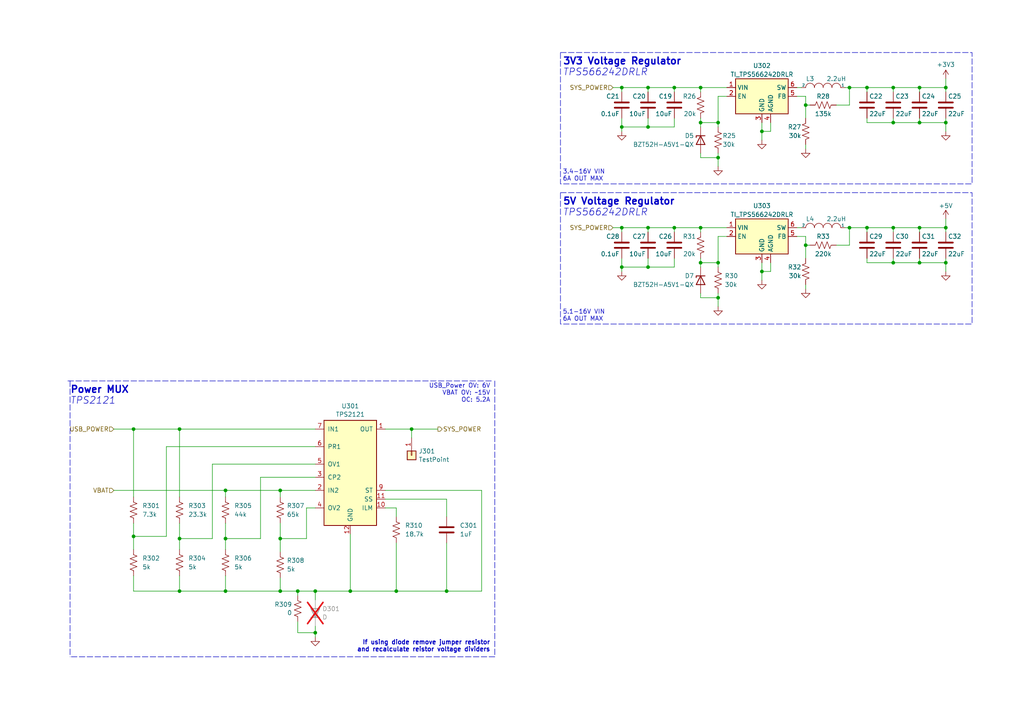
<source format=kicad_sch>
(kicad_sch (version 20230121) (generator eeschema)

  (uuid a3d4693f-0e63-4941-9445-becc1a2c32d1)

  (paper "A4")

  (title_block
    (title "MIDAS Power Circuitry MK1")
    (date "2023-11-11")
    (rev "A")
    (company "Illinois Space Society")
  )

  (lib_symbols
    (symbol "Connector_Generic:Conn_01x01" (pin_names (offset 1.016) hide) (in_bom yes) (on_board yes)
      (property "Reference" "J" (at 0 2.54 0)
        (effects (font (size 1.27 1.27)))
      )
      (property "Value" "Conn_01x01" (at 0 -2.54 0)
        (effects (font (size 1.27 1.27)))
      )
      (property "Footprint" "" (at 0 0 0)
        (effects (font (size 1.27 1.27)) hide)
      )
      (property "Datasheet" "~" (at 0 0 0)
        (effects (font (size 1.27 1.27)) hide)
      )
      (property "ki_keywords" "connector" (at 0 0 0)
        (effects (font (size 1.27 1.27)) hide)
      )
      (property "ki_description" "Generic connector, single row, 01x01, script generated (kicad-library-utils/schlib/autogen/connector/)" (at 0 0 0)
        (effects (font (size 1.27 1.27)) hide)
      )
      (property "ki_fp_filters" "Connector*:*_1x??_*" (at 0 0 0)
        (effects (font (size 1.27 1.27)) hide)
      )
      (symbol "Conn_01x01_1_1"
        (rectangle (start -1.27 0.127) (end 0 -0.127)
          (stroke (width 0.1524) (type default))
          (fill (type none))
        )
        (rectangle (start -1.27 1.27) (end 1.27 -1.27)
          (stroke (width 0.254) (type default))
          (fill (type background))
        )
        (pin passive line (at -5.08 0 0) (length 3.81)
          (name "Pin_1" (effects (font (size 1.27 1.27))))
          (number "1" (effects (font (size 1.27 1.27))))
        )
      )
    )
    (symbol "Device:C" (pin_numbers hide) (pin_names (offset 0.254)) (in_bom yes) (on_board yes)
      (property "Reference" "C" (at 0.635 2.54 0)
        (effects (font (size 1.27 1.27)) (justify left))
      )
      (property "Value" "C" (at 0.635 -2.54 0)
        (effects (font (size 1.27 1.27)) (justify left))
      )
      (property "Footprint" "" (at 0.9652 -3.81 0)
        (effects (font (size 1.27 1.27)) hide)
      )
      (property "Datasheet" "~" (at 0 0 0)
        (effects (font (size 1.27 1.27)) hide)
      )
      (property "ki_keywords" "cap capacitor" (at 0 0 0)
        (effects (font (size 1.27 1.27)) hide)
      )
      (property "ki_description" "Unpolarized capacitor" (at 0 0 0)
        (effects (font (size 1.27 1.27)) hide)
      )
      (property "ki_fp_filters" "C_*" (at 0 0 0)
        (effects (font (size 1.27 1.27)) hide)
      )
      (symbol "C_0_1"
        (polyline
          (pts
            (xy -2.032 -0.762)
            (xy 2.032 -0.762)
          )
          (stroke (width 0.508) (type default))
          (fill (type none))
        )
        (polyline
          (pts
            (xy -2.032 0.762)
            (xy 2.032 0.762)
          )
          (stroke (width 0.508) (type default))
          (fill (type none))
        )
      )
      (symbol "C_1_1"
        (pin passive line (at 0 3.81 270) (length 2.794)
          (name "~" (effects (font (size 1.27 1.27))))
          (number "1" (effects (font (size 1.27 1.27))))
        )
        (pin passive line (at 0 -3.81 90) (length 2.794)
          (name "~" (effects (font (size 1.27 1.27))))
          (number "2" (effects (font (size 1.27 1.27))))
        )
      )
    )
    (symbol "Device:D" (pin_numbers hide) (pin_names (offset 1.016) hide) (in_bom yes) (on_board yes)
      (property "Reference" "D" (at 0 2.54 0)
        (effects (font (size 1.27 1.27)))
      )
      (property "Value" "D" (at 0 -2.54 0)
        (effects (font (size 1.27 1.27)))
      )
      (property "Footprint" "" (at 0 0 0)
        (effects (font (size 1.27 1.27)) hide)
      )
      (property "Datasheet" "~" (at 0 0 0)
        (effects (font (size 1.27 1.27)) hide)
      )
      (property "Sim.Device" "D" (at 0 0 0)
        (effects (font (size 1.27 1.27)) hide)
      )
      (property "Sim.Pins" "1=K 2=A" (at 0 0 0)
        (effects (font (size 1.27 1.27)) hide)
      )
      (property "ki_keywords" "diode" (at 0 0 0)
        (effects (font (size 1.27 1.27)) hide)
      )
      (property "ki_description" "Diode" (at 0 0 0)
        (effects (font (size 1.27 1.27)) hide)
      )
      (property "ki_fp_filters" "TO-???* *_Diode_* *SingleDiode* D_*" (at 0 0 0)
        (effects (font (size 1.27 1.27)) hide)
      )
      (symbol "D_0_1"
        (polyline
          (pts
            (xy -1.27 1.27)
            (xy -1.27 -1.27)
          )
          (stroke (width 0.254) (type default))
          (fill (type none))
        )
        (polyline
          (pts
            (xy 1.27 0)
            (xy -1.27 0)
          )
          (stroke (width 0) (type default))
          (fill (type none))
        )
        (polyline
          (pts
            (xy 1.27 1.27)
            (xy 1.27 -1.27)
            (xy -1.27 0)
            (xy 1.27 1.27)
          )
          (stroke (width 0.254) (type default))
          (fill (type none))
        )
      )
      (symbol "D_1_1"
        (pin passive line (at -3.81 0 0) (length 2.54)
          (name "K" (effects (font (size 1.27 1.27))))
          (number "1" (effects (font (size 1.27 1.27))))
        )
        (pin passive line (at 3.81 0 180) (length 2.54)
          (name "A" (effects (font (size 1.27 1.27))))
          (number "2" (effects (font (size 1.27 1.27))))
        )
      )
    )
    (symbol "Device:D_Zener" (pin_numbers hide) (pin_names (offset 1.016) hide) (in_bom yes) (on_board yes)
      (property "Reference" "D" (at 0 2.54 0)
        (effects (font (size 1.27 1.27)))
      )
      (property "Value" "D_Zener" (at 0 -2.54 0)
        (effects (font (size 1.27 1.27)))
      )
      (property "Footprint" "" (at 0 0 0)
        (effects (font (size 1.27 1.27)) hide)
      )
      (property "Datasheet" "~" (at 0 0 0)
        (effects (font (size 1.27 1.27)) hide)
      )
      (property "ki_keywords" "diode" (at 0 0 0)
        (effects (font (size 1.27 1.27)) hide)
      )
      (property "ki_description" "Zener diode" (at 0 0 0)
        (effects (font (size 1.27 1.27)) hide)
      )
      (property "ki_fp_filters" "TO-???* *_Diode_* *SingleDiode* D_*" (at 0 0 0)
        (effects (font (size 1.27 1.27)) hide)
      )
      (symbol "D_Zener_0_1"
        (polyline
          (pts
            (xy 1.27 0)
            (xy -1.27 0)
          )
          (stroke (width 0) (type default))
          (fill (type none))
        )
        (polyline
          (pts
            (xy -1.27 -1.27)
            (xy -1.27 1.27)
            (xy -0.762 1.27)
          )
          (stroke (width 0.254) (type default))
          (fill (type none))
        )
        (polyline
          (pts
            (xy 1.27 -1.27)
            (xy 1.27 1.27)
            (xy -1.27 0)
            (xy 1.27 -1.27)
          )
          (stroke (width 0.254) (type default))
          (fill (type none))
        )
      )
      (symbol "D_Zener_1_1"
        (pin passive line (at -3.81 0 0) (length 2.54)
          (name "K" (effects (font (size 1.27 1.27))))
          (number "1" (effects (font (size 1.27 1.27))))
        )
        (pin passive line (at 3.81 0 180) (length 2.54)
          (name "A" (effects (font (size 1.27 1.27))))
          (number "2" (effects (font (size 1.27 1.27))))
        )
      )
    )
    (symbol "Device:R_US" (pin_numbers hide) (pin_names (offset 0)) (in_bom yes) (on_board yes)
      (property "Reference" "R" (at 2.54 0 90)
        (effects (font (size 1.27 1.27)))
      )
      (property "Value" "R_US" (at -2.54 0 90)
        (effects (font (size 1.27 1.27)))
      )
      (property "Footprint" "" (at 1.016 -0.254 90)
        (effects (font (size 1.27 1.27)) hide)
      )
      (property "Datasheet" "~" (at 0 0 0)
        (effects (font (size 1.27 1.27)) hide)
      )
      (property "ki_keywords" "R res resistor" (at 0 0 0)
        (effects (font (size 1.27 1.27)) hide)
      )
      (property "ki_description" "Resistor, US symbol" (at 0 0 0)
        (effects (font (size 1.27 1.27)) hide)
      )
      (property "ki_fp_filters" "R_*" (at 0 0 0)
        (effects (font (size 1.27 1.27)) hide)
      )
      (symbol "R_US_0_1"
        (polyline
          (pts
            (xy 0 -2.286)
            (xy 0 -2.54)
          )
          (stroke (width 0) (type default))
          (fill (type none))
        )
        (polyline
          (pts
            (xy 0 2.286)
            (xy 0 2.54)
          )
          (stroke (width 0) (type default))
          (fill (type none))
        )
        (polyline
          (pts
            (xy 0 -0.762)
            (xy 1.016 -1.143)
            (xy 0 -1.524)
            (xy -1.016 -1.905)
            (xy 0 -2.286)
          )
          (stroke (width 0) (type default))
          (fill (type none))
        )
        (polyline
          (pts
            (xy 0 0.762)
            (xy 1.016 0.381)
            (xy 0 0)
            (xy -1.016 -0.381)
            (xy 0 -0.762)
          )
          (stroke (width 0) (type default))
          (fill (type none))
        )
        (polyline
          (pts
            (xy 0 2.286)
            (xy 1.016 1.905)
            (xy 0 1.524)
            (xy -1.016 1.143)
            (xy 0 0.762)
          )
          (stroke (width 0) (type default))
          (fill (type none))
        )
      )
      (symbol "R_US_1_1"
        (pin passive line (at 0 3.81 270) (length 1.27)
          (name "~" (effects (font (size 1.27 1.27))))
          (number "1" (effects (font (size 1.27 1.27))))
        )
        (pin passive line (at 0 -3.81 90) (length 1.27)
          (name "~" (effects (font (size 1.27 1.27))))
          (number "2" (effects (font (size 1.27 1.27))))
        )
      )
    )
    (symbol "GND_1" (power) (pin_names (offset 0)) (in_bom yes) (on_board yes)
      (property "Reference" "#PWR" (at 0 -6.35 0)
        (effects (font (size 1.27 1.27)) hide)
      )
      (property "Value" "GND_1" (at 0 -3.81 0)
        (effects (font (size 1.27 1.27)))
      )
      (property "Footprint" "" (at 0 0 0)
        (effects (font (size 1.27 1.27)) hide)
      )
      (property "Datasheet" "" (at 0 0 0)
        (effects (font (size 1.27 1.27)) hide)
      )
      (property "ki_keywords" "global power" (at 0 0 0)
        (effects (font (size 1.27 1.27)) hide)
      )
      (property "ki_description" "Power symbol creates a global label with name \"GND\" , ground" (at 0 0 0)
        (effects (font (size 1.27 1.27)) hide)
      )
      (symbol "GND_1_0_1"
        (polyline
          (pts
            (xy 0 0)
            (xy 0 -1.27)
            (xy 1.27 -1.27)
            (xy 0 -2.54)
            (xy -1.27 -1.27)
            (xy 0 -1.27)
          )
          (stroke (width 0) (type default))
          (fill (type none))
        )
      )
      (symbol "GND_1_1_1"
        (pin power_in line (at 0 0 270) (length 0) hide
          (name "GND" (effects (font (size 1.27 1.27))))
          (number "1" (effects (font (size 1.27 1.27))))
        )
      )
    )
    (symbol "Power_MUX:TPS2121" (pin_names (offset 1.016)) (in_bom yes) (on_board yes)
      (property "Reference" "U301" (at 0 19.3843 0)
        (effects (font (size 1.27 1.27)))
      )
      (property "Value" "TPS2121" (at 0 16.9601 0)
        (effects (font (size 1.27 1.27)))
      )
      (property "Footprint" "Package_VQFN:VQFN-HR-RUX0012A" (at 0 0 0)
        (effects (font (size 1.27 1.27)) (justify bottom) hide)
      )
      (property "Datasheet" "https://www.ti.com/product/TPS2121" (at 0 0 0)
        (effects (font (size 1.27 1.27)) hide)
      )
      (property "ki_keywords" "2.7V to 22V 56mΩ 4.5A power mux with seamless switchover 2 inputs" (at 0 0 0)
        (effects (font (size 1.27 1.27)) hide)
      )
      (property "ki_description" "2.7V to 22V, 56-mΩ, 4.5A, power mux with seamless switchover, 2 inputs" (at 0 0 0)
        (effects (font (size 1.27 1.27)) hide)
      )
      (symbol "TPS2121_0_0"
        (rectangle (start -7.62 15.24) (end 7.62 -15.24)
          (stroke (width 0.254) (type default))
          (fill (type background))
        )
        (pin output line (at 10.16 -10.16 180) (length 2.54)
          (name "ILM" (effects (font (size 1.27 1.27))))
          (number "10" (effects (font (size 1.27 1.27))))
        )
        (pin output line (at 10.16 -7.62 180) (length 2.54)
          (name "SS" (effects (font (size 1.27 1.27))))
          (number "11" (effects (font (size 1.27 1.27))))
        )
        (pin power_in line (at 0 -17.78 90) (length 2.54)
          (name "GND" (effects (font (size 1.27 1.27))))
          (number "12" (effects (font (size 1.27 1.27))))
        )
        (pin power_in line (at -10.16 -5.08 0) (length 2.54)
          (name "IN2" (effects (font (size 1.27 1.27))))
          (number "2" (effects (font (size 1.27 1.27))))
        )
        (pin input line (at -10.16 -1.27 0) (length 2.54)
          (name "CP2" (effects (font (size 1.27 1.27))))
          (number "3" (effects (font (size 1.27 1.27))))
        )
        (pin input line (at -10.16 -10.16 0) (length 2.54)
          (name "OV2" (effects (font (size 1.27 1.27))))
          (number "4" (effects (font (size 1.27 1.27))))
        )
        (pin input line (at -10.16 2.54 0) (length 2.54)
          (name "OV1" (effects (font (size 1.27 1.27))))
          (number "5" (effects (font (size 1.27 1.27))))
        )
        (pin input line (at -10.16 7.62 0) (length 2.54)
          (name "PR1" (effects (font (size 1.27 1.27))))
          (number "6" (effects (font (size 1.27 1.27))))
        )
        (pin power_in line (at -10.16 12.7 0) (length 2.54)
          (name "IN1" (effects (font (size 1.27 1.27))))
          (number "7" (effects (font (size 1.27 1.27))))
        )
        (pin output line (at 10.16 -5.08 180) (length 2.54)
          (name "ST" (effects (font (size 1.27 1.27))))
          (number "9" (effects (font (size 1.27 1.27))))
        )
      )
      (symbol "TPS2121_1_0"
        (pin power_out line (at 10.16 12.7 180) (length 2.54)
          (name "OUT" (effects (font (size 1.27 1.27))))
          (number "1" (effects (font (size 1.27 1.27))))
        )
        (pin power_out line (at 10.16 12.7 180) (length 2.54) hide
          (name "OUT" (effects (font (size 1.27 1.27))))
          (number "8" (effects (font (size 1.27 1.27))))
        )
      )
    )
    (symbol "Regulator_Texas:TI_TPS566242DRLR" (in_bom yes) (on_board yes)
      (property "Reference" "U" (at 0 10.16 0)
        (effects (font (size 1.27 1.27)))
      )
      (property "Value" "TI_TPS566242DRLR" (at 0 7.62 0)
        (effects (font (size 1.27 1.27)))
      )
      (property "Footprint" "Package_TO_SOT_SMD:SOT-563" (at 0 0 0)
        (effects (font (size 1.27 1.27)) hide)
      )
      (property "Datasheet" "https://www.ti.com/lit/ds/symlink/tps566242.pdf" (at 0 0 0)
        (effects (font (size 1.27 1.27)) hide)
      )
      (property "ki_keywords" "Regulator Buck Converter Texas Instruments TI 3-16V 0.6-7V" (at 0 0 0)
        (effects (font (size 1.27 1.27)) hide)
      )
      (property "ki_description" "6A Synchronous Buck Converter, 3-16V Input, 0.6-7-V Output" (at 0 0 0)
        (effects (font (size 1.27 1.27)) hide)
      )
      (symbol "TI_TPS566242DRLR_0_0"
        (pin input line (at -10.16 2.54 0) (length 2.54)
          (name "VIN" (effects (font (size 1.27 1.27))))
          (number "1" (effects (font (size 1.27 1.27))))
        )
        (pin power_in line (at 0 -7.62 90) (length 2.54)
          (name "GND" (effects (font (size 1.27 1.27))))
          (number "3" (effects (font (size 1.27 1.27))))
        )
        (pin power_in line (at 2.54 -7.62 90) (length 2.54)
          (name "AGND" (effects (font (size 1.27 1.27))))
          (number "4" (effects (font (size 1.27 1.27))))
        )
      )
      (symbol "TI_TPS566242DRLR_1_0"
        (pin output line (at -10.16 0 0) (length 2.54)
          (name "EN" (effects (font (size 1.27 1.27))))
          (number "2" (effects (font (size 1.27 1.27))))
        )
        (pin input line (at 10.16 0 180) (length 2.54)
          (name "FB" (effects (font (size 1.27 1.27))))
          (number "5" (effects (font (size 1.27 1.27))))
        )
        (pin input line (at 10.16 2.54 180) (length 2.54)
          (name "SW" (effects (font (size 1.27 1.27))))
          (number "6" (effects (font (size 1.27 1.27))))
        )
      )
      (symbol "TI_TPS566242DRLR_1_1"
        (rectangle (start -7.62 5.08) (end 7.62 -5.08)
          (stroke (width 0.254) (type default))
          (fill (type background))
        )
      )
    )
    (symbol "TI_TPS566242DRLR_1" (in_bom yes) (on_board yes)
      (property "Reference" "U" (at 0 10.16 0)
        (effects (font (size 1.27 1.27)))
      )
      (property "Value" "TI_TPS566242DRLR" (at 0 7.62 0)
        (effects (font (size 1.27 1.27)))
      )
      (property "Footprint" "Package_TO_SOT_SMD:SOT-563" (at 0 0 0)
        (effects (font (size 1.27 1.27)) hide)
      )
      (property "Datasheet" "https://www.ti.com/lit/ds/symlink/tps566242.pdf" (at 0 0 0)
        (effects (font (size 1.27 1.27)) hide)
      )
      (property "ki_keywords" "Regulator Buck Converter Texas Instruments TI 3-16V 0.6-7V" (at 0 0 0)
        (effects (font (size 1.27 1.27)) hide)
      )
      (property "ki_description" "6A Synchronous Buck Converter, 3-16V Input, 0.6-7-V Output" (at 0 0 0)
        (effects (font (size 1.27 1.27)) hide)
      )
      (symbol "TI_TPS566242DRLR_1_0_0"
        (pin input line (at -10.16 2.54 0) (length 2.54)
          (name "VIN" (effects (font (size 1.27 1.27))))
          (number "1" (effects (font (size 1.27 1.27))))
        )
        (pin power_in line (at 0 -7.62 90) (length 2.54)
          (name "GND" (effects (font (size 1.27 1.27))))
          (number "3" (effects (font (size 1.27 1.27))))
        )
        (pin power_in line (at 2.54 -7.62 90) (length 2.54)
          (name "AGND" (effects (font (size 1.27 1.27))))
          (number "4" (effects (font (size 1.27 1.27))))
        )
      )
      (symbol "TI_TPS566242DRLR_1_1_0"
        (pin output line (at -10.16 0 0) (length 2.54)
          (name "EN" (effects (font (size 1.27 1.27))))
          (number "2" (effects (font (size 1.27 1.27))))
        )
        (pin input line (at 10.16 0 180) (length 2.54)
          (name "FB" (effects (font (size 1.27 1.27))))
          (number "5" (effects (font (size 1.27 1.27))))
        )
        (pin input line (at 10.16 2.54 180) (length 2.54)
          (name "SW" (effects (font (size 1.27 1.27))))
          (number "6" (effects (font (size 1.27 1.27))))
        )
      )
      (symbol "TI_TPS566242DRLR_1_1_1"
        (rectangle (start -7.62 5.08) (end 7.62 -5.08)
          (stroke (width 0.254) (type default))
          (fill (type background))
        )
      )
    )
    (symbol "power:+3V3" (power) (pin_names (offset 0)) (in_bom yes) (on_board yes)
      (property "Reference" "#PWR" (at 0 -3.81 0)
        (effects (font (size 1.27 1.27)) hide)
      )
      (property "Value" "+3V3" (at 0 3.556 0)
        (effects (font (size 1.27 1.27)))
      )
      (property "Footprint" "" (at 0 0 0)
        (effects (font (size 1.27 1.27)) hide)
      )
      (property "Datasheet" "" (at 0 0 0)
        (effects (font (size 1.27 1.27)) hide)
      )
      (property "ki_keywords" "global power" (at 0 0 0)
        (effects (font (size 1.27 1.27)) hide)
      )
      (property "ki_description" "Power symbol creates a global label with name \"+3V3\"" (at 0 0 0)
        (effects (font (size 1.27 1.27)) hide)
      )
      (symbol "+3V3_0_1"
        (polyline
          (pts
            (xy -0.762 1.27)
            (xy 0 2.54)
          )
          (stroke (width 0) (type default))
          (fill (type none))
        )
        (polyline
          (pts
            (xy 0 0)
            (xy 0 2.54)
          )
          (stroke (width 0) (type default))
          (fill (type none))
        )
        (polyline
          (pts
            (xy 0 2.54)
            (xy 0.762 1.27)
          )
          (stroke (width 0) (type default))
          (fill (type none))
        )
      )
      (symbol "+3V3_1_1"
        (pin power_in line (at 0 0 90) (length 0) hide
          (name "+3V3" (effects (font (size 1.27 1.27))))
          (number "1" (effects (font (size 1.27 1.27))))
        )
      )
    )
    (symbol "power:+5V" (power) (pin_names (offset 0)) (in_bom yes) (on_board yes)
      (property "Reference" "#PWR" (at 0 -3.81 0)
        (effects (font (size 1.27 1.27)) hide)
      )
      (property "Value" "+5V" (at 0 3.556 0)
        (effects (font (size 1.27 1.27)))
      )
      (property "Footprint" "" (at 0 0 0)
        (effects (font (size 1.27 1.27)) hide)
      )
      (property "Datasheet" "" (at 0 0 0)
        (effects (font (size 1.27 1.27)) hide)
      )
      (property "ki_keywords" "global power" (at 0 0 0)
        (effects (font (size 1.27 1.27)) hide)
      )
      (property "ki_description" "Power symbol creates a global label with name \"+5V\"" (at 0 0 0)
        (effects (font (size 1.27 1.27)) hide)
      )
      (symbol "+5V_0_1"
        (polyline
          (pts
            (xy -0.762 1.27)
            (xy 0 2.54)
          )
          (stroke (width 0) (type default))
          (fill (type none))
        )
        (polyline
          (pts
            (xy 0 0)
            (xy 0 2.54)
          )
          (stroke (width 0) (type default))
          (fill (type none))
        )
        (polyline
          (pts
            (xy 0 2.54)
            (xy 0.762 1.27)
          )
          (stroke (width 0) (type default))
          (fill (type none))
        )
      )
      (symbol "+5V_1_1"
        (pin power_in line (at 0 0 90) (length 0) hide
          (name "+5V" (effects (font (size 1.27 1.27))))
          (number "1" (effects (font (size 1.27 1.27))))
        )
      )
    )
    (symbol "power:GND" (power) (pin_names (offset 0)) (in_bom yes) (on_board yes)
      (property "Reference" "#PWR" (at 0 -6.35 0)
        (effects (font (size 1.27 1.27)) hide)
      )
      (property "Value" "GND" (at 0 -3.81 0)
        (effects (font (size 1.27 1.27)))
      )
      (property "Footprint" "" (at 0 0 0)
        (effects (font (size 1.27 1.27)) hide)
      )
      (property "Datasheet" "" (at 0 0 0)
        (effects (font (size 1.27 1.27)) hide)
      )
      (property "ki_keywords" "power-flag" (at 0 0 0)
        (effects (font (size 1.27 1.27)) hide)
      )
      (property "ki_description" "Power symbol creates a global label with name \"GND\" , ground" (at 0 0 0)
        (effects (font (size 1.27 1.27)) hide)
      )
      (symbol "GND_0_1"
        (polyline
          (pts
            (xy 0 0)
            (xy 0 -1.27)
            (xy 1.27 -1.27)
            (xy 0 -2.54)
            (xy -1.27 -1.27)
            (xy 0 -1.27)
          )
          (stroke (width 0) (type default))
          (fill (type none))
        )
      )
      (symbol "GND_1_1"
        (pin power_in line (at 0 0 270) (length 0) hide
          (name "GND" (effects (font (size 1.27 1.27))))
          (number "1" (effects (font (size 1.27 1.27))))
        )
      )
    )
    (symbol "pspice:INDUCTOR" (pin_numbers hide) (pin_names (offset 0)) (in_bom yes) (on_board yes)
      (property "Reference" "L" (at 0 2.54 0)
        (effects (font (size 1.27 1.27)))
      )
      (property "Value" "INDUCTOR" (at 0 -1.27 0)
        (effects (font (size 1.27 1.27)))
      )
      (property "Footprint" "" (at 0 0 0)
        (effects (font (size 1.27 1.27)) hide)
      )
      (property "Datasheet" "~" (at 0 0 0)
        (effects (font (size 1.27 1.27)) hide)
      )
      (property "ki_keywords" "simulation" (at 0 0 0)
        (effects (font (size 1.27 1.27)) hide)
      )
      (property "ki_description" "Inductor symbol for simulation only" (at 0 0 0)
        (effects (font (size 1.27 1.27)) hide)
      )
      (symbol "INDUCTOR_0_1"
        (arc (start -2.54 0) (mid -3.81 1.2645) (end -5.08 0)
          (stroke (width 0) (type default))
          (fill (type none))
        )
        (arc (start 0 0) (mid -1.27 1.2645) (end -2.54 0)
          (stroke (width 0) (type default))
          (fill (type none))
        )
        (arc (start 2.54 0) (mid 1.27 1.2645) (end 0 0)
          (stroke (width 0) (type default))
          (fill (type none))
        )
        (arc (start 5.08 0) (mid 3.81 1.2645) (end 2.54 0)
          (stroke (width 0) (type default))
          (fill (type none))
        )
      )
      (symbol "INDUCTOR_1_1"
        (pin input line (at -6.35 0 0) (length 1.27)
          (name "1" (effects (font (size 0.762 0.762))))
          (number "1" (effects (font (size 0.762 0.762))))
        )
        (pin input line (at 6.35 0 180) (length 1.27)
          (name "2" (effects (font (size 0.762 0.762))))
          (number "2" (effects (font (size 0.762 0.762))))
        )
      )
    )
  )

  (junction (at 81.28 142.24) (diameter 0) (color 0 0 0 0)
    (uuid 04ca0a77-b73f-40bd-8ec3-f76415c67001)
  )
  (junction (at 114.935 171.45) (diameter 0) (color 0 0 0 0)
    (uuid 06df0253-e5da-4c3a-a2bd-6e1d986790e1)
  )
  (junction (at 274.32 25.4) (diameter 0) (color 0 0 0 0)
    (uuid 09bdafd7-14d8-4768-9190-b041205ae442)
  )
  (junction (at 266.7 35.56) (diameter 0) (color 0 0 0 0)
    (uuid 0db874d3-782b-414b-962f-17b7db5caf45)
  )
  (junction (at 81.28 171.45) (diameter 0) (color 0 0 0 0)
    (uuid 1db8b8c5-6c04-4e50-b194-be17dc46fb03)
  )
  (junction (at 187.96 25.4) (diameter 0) (color 0 0 0 0)
    (uuid 20af3b9e-414c-4940-8495-d55ea8fe689f)
  )
  (junction (at 52.07 171.45) (diameter 0) (color 0 0 0 0)
    (uuid 210a263b-dd6c-4f2b-835c-7b9235095e01)
  )
  (junction (at 52.07 156.21) (diameter 0) (color 0 0 0 0)
    (uuid 227344c5-3a1a-4a1f-bb01-1739ce555fa5)
  )
  (junction (at 38.735 124.46) (diameter 0) (color 0 0 0 0)
    (uuid 253ea336-76a8-4f7e-a7c8-3e2ea215e8d8)
  )
  (junction (at 101.6 171.45) (diameter 0) (color 0 0 0 0)
    (uuid 25f4fa70-a19c-4c63-ac79-d12605a35a42)
  )
  (junction (at 203.2 76.2) (diameter 0) (color 0 0 0 0)
    (uuid 2b9f35ef-e576-411a-94da-a3a141d84205)
  )
  (junction (at 259.08 66.04) (diameter 0) (color 0 0 0 0)
    (uuid 3d4f5b2a-64b9-431e-9dd7-05b2e687846d)
  )
  (junction (at 220.98 78.74) (diameter 0) (color 0 0 0 0)
    (uuid 3d535de8-6b54-492d-b06f-9995eaffcb8e)
  )
  (junction (at 81.28 156.21) (diameter 0) (color 0 0 0 0)
    (uuid 3f00a802-afe9-40e8-acca-b372420364f2)
  )
  (junction (at 266.7 25.4) (diameter 0) (color 0 0 0 0)
    (uuid 455f3903-7698-4a03-ab02-09ec9290f35f)
  )
  (junction (at 195.58 66.04) (diameter 0) (color 0 0 0 0)
    (uuid 45a71201-b1ac-4eda-b79e-bb25a032d711)
  )
  (junction (at 259.08 25.4) (diameter 0) (color 0 0 0 0)
    (uuid 47df06e7-89da-432c-8ee7-ae88651113fc)
  )
  (junction (at 246.38 66.04) (diameter 0) (color 0 0 0 0)
    (uuid 49d6bbd0-a7bf-440b-9248-4d67e4a6c359)
  )
  (junction (at 180.34 36.83) (diameter 0) (color 0 0 0 0)
    (uuid 56c89aea-dc7f-4a8b-9592-056240e4168f)
  )
  (junction (at 233.68 30.48) (diameter 0) (color 0 0 0 0)
    (uuid 6ca467c5-3ff4-4471-8c3c-715f9b4cb714)
  )
  (junction (at 274.32 76.2) (diameter 0) (color 0 0 0 0)
    (uuid 6dd4a951-fa4b-406e-a62c-e9b363535bbe)
  )
  (junction (at 266.7 66.04) (diameter 0) (color 0 0 0 0)
    (uuid 7112f9f0-765e-4525-b0b3-2e5f7d61c402)
  )
  (junction (at 91.44 171.45) (diameter 0) (color 0 0 0 0)
    (uuid 75536414-40a0-455d-884d-9b158c58f691)
  )
  (junction (at 203.2 25.4) (diameter 0) (color 0 0 0 0)
    (uuid 75b67c28-46f6-493c-8c32-0c5379673126)
  )
  (junction (at 91.44 183.515) (diameter 0) (color 0 0 0 0)
    (uuid 7e6a746b-0395-4248-a472-864315e02579)
  )
  (junction (at 180.34 77.47) (diameter 0) (color 0 0 0 0)
    (uuid 97d4ef2b-e524-4b2a-ab0e-f4d4357f9c9c)
  )
  (junction (at 65.405 142.24) (diameter 0) (color 0 0 0 0)
    (uuid 9c2b2683-ea71-4ded-aefc-7be6c665a808)
  )
  (junction (at 274.32 35.56) (diameter 0) (color 0 0 0 0)
    (uuid a07f08ac-4ff9-4097-829f-33ddc7ea94ee)
  )
  (junction (at 208.28 35.56) (diameter 0) (color 0 0 0 0)
    (uuid a2caeef7-6adf-4cab-8e31-78196776492b)
  )
  (junction (at 65.405 156.21) (diameter 0) (color 0 0 0 0)
    (uuid aa023ad7-9751-47d4-8267-52922694a653)
  )
  (junction (at 251.46 25.4) (diameter 0) (color 0 0 0 0)
    (uuid aabdb80b-9e95-4603-85d9-b2f0c85bd118)
  )
  (junction (at 195.58 25.4) (diameter 0) (color 0 0 0 0)
    (uuid aeedf9bb-f099-4c66-bcbf-9f382f0da698)
  )
  (junction (at 208.28 45.72) (diameter 0) (color 0 0 0 0)
    (uuid afa02665-0da9-45d5-a914-5379c7e933c1)
  )
  (junction (at 187.96 77.47) (diameter 0) (color 0 0 0 0)
    (uuid b1aec8f4-d439-4f28-8b2a-4a94ee536692)
  )
  (junction (at 208.28 76.2) (diameter 0) (color 0 0 0 0)
    (uuid b630256b-72bc-4651-8abf-e3d46fec97d1)
  )
  (junction (at 259.08 76.2) (diameter 0) (color 0 0 0 0)
    (uuid b654ecd5-93f5-453d-8f69-6a5569102e02)
  )
  (junction (at 52.07 124.46) (diameter 0) (color 0 0 0 0)
    (uuid b93f0ed9-b217-4c19-877f-319642e2c92e)
  )
  (junction (at 38.735 155.575) (diameter 0) (color 0 0 0 0)
    (uuid b97c3f1a-f2fe-4de3-9e05-121a78ddff44)
  )
  (junction (at 86.36 171.45) (diameter 0) (color 0 0 0 0)
    (uuid c0e22ffe-0780-4714-b841-69b610fc3e08)
  )
  (junction (at 220.98 38.1) (diameter 0) (color 0 0 0 0)
    (uuid c4653a06-00ed-4c43-8967-2ab6ff0c2fac)
  )
  (junction (at 246.38 25.4) (diameter 0) (color 0 0 0 0)
    (uuid ca471344-2a5f-48ee-a5d4-b88b5abe4a4c)
  )
  (junction (at 187.96 66.04) (diameter 0) (color 0 0 0 0)
    (uuid cf8521b6-3d78-4e8c-9b70-e56f61616502)
  )
  (junction (at 274.32 66.04) (diameter 0) (color 0 0 0 0)
    (uuid d6a4358d-6759-46b2-a23e-7edae3abb5e8)
  )
  (junction (at 180.34 25.4) (diameter 0) (color 0 0 0 0)
    (uuid dd78c6b3-de0b-4164-95b3-a98e3f6334b5)
  )
  (junction (at 266.7 76.2) (diameter 0) (color 0 0 0 0)
    (uuid e1309b72-c355-47bc-bf55-acec7ed22ca1)
  )
  (junction (at 129.54 171.45) (diameter 0) (color 0 0 0 0)
    (uuid e3261061-e4fe-423f-83a3-2b31210b21d5)
  )
  (junction (at 180.34 66.04) (diameter 0) (color 0 0 0 0)
    (uuid e33be76c-590e-4633-8260-b695891b7313)
  )
  (junction (at 203.2 35.56) (diameter 0) (color 0 0 0 0)
    (uuid e56444e3-1654-4007-a40c-5b276e067442)
  )
  (junction (at 233.68 71.12) (diameter 0) (color 0 0 0 0)
    (uuid e5b0c0df-cc6f-4305-a80e-879b54942bb8)
  )
  (junction (at 203.2 66.04) (diameter 0) (color 0 0 0 0)
    (uuid eabd5527-017b-4b2b-9b07-0ac9d4546a66)
  )
  (junction (at 187.96 36.83) (diameter 0) (color 0 0 0 0)
    (uuid edab02c0-d5ca-467b-9a0d-196f327aa751)
  )
  (junction (at 65.405 171.45) (diameter 0) (color 0 0 0 0)
    (uuid fd745ccd-37da-4732-b06b-4ffaea0ab10b)
  )
  (junction (at 251.46 66.04) (diameter 0) (color 0 0 0 0)
    (uuid fdbbb5b1-56aa-42b0-8b65-46aee601e2a5)
  )
  (junction (at 208.28 86.36) (diameter 0) (color 0 0 0 0)
    (uuid fdd03113-a5f5-43e5-8a96-a3b3a91e407f)
  )
  (junction (at 259.08 35.56) (diameter 0) (color 0 0 0 0)
    (uuid ff0d4fc5-02f6-4f37-9e19-3c3e1e752250)
  )
  (junction (at 119.38 124.46) (diameter 0) (color 0 0 0 0)
    (uuid fff4efed-4597-4632-95c8-55ff6e97a131)
  )

  (wire (pts (xy 242.57 30.48) (xy 246.38 30.48))
    (stroke (width 0) (type default))
    (uuid 013ed406-3a26-4022-9229-d71127759555)
  )
  (wire (pts (xy 220.98 81.28) (xy 220.98 78.74))
    (stroke (width 0) (type default))
    (uuid 076cfc32-ec3e-4ee2-9d48-80aeb7b33ef7)
  )
  (wire (pts (xy 274.32 38.1) (xy 274.32 35.56))
    (stroke (width 0) (type default))
    (uuid 08a16e87-1127-47d2-be63-92fe697a4355)
  )
  (wire (pts (xy 208.28 76.2) (xy 208.28 77.47))
    (stroke (width 0) (type default))
    (uuid 0eb53869-b6e2-4ab8-8561-15e5e6d8a1a7)
  )
  (wire (pts (xy 251.46 67.31) (xy 251.46 66.04))
    (stroke (width 0) (type default))
    (uuid 0f2106ad-d345-4572-9502-15625b0153fc)
  )
  (wire (pts (xy 203.2 25.4) (xy 203.2 26.67))
    (stroke (width 0) (type default))
    (uuid 1083b3a5-7bae-494e-9c07-135d156176df)
  )
  (wire (pts (xy 208.28 68.58) (xy 208.28 76.2))
    (stroke (width 0) (type default))
    (uuid 11db5011-577d-4a1a-9bec-aae8c3bdccb1)
  )
  (wire (pts (xy 65.405 156.21) (xy 65.405 159.385))
    (stroke (width 0) (type default))
    (uuid 120a05a5-af8d-4a08-a3ca-683a4727ac0b)
  )
  (wire (pts (xy 274.32 35.56) (xy 266.7 35.56))
    (stroke (width 0) (type default))
    (uuid 15442a71-2b76-4046-8f7a-ea2a9ff9ce73)
  )
  (wire (pts (xy 119.38 124.46) (xy 119.38 127))
    (stroke (width 0) (type default))
    (uuid 17d1e3ae-c293-490f-8049-0a4cff4647af)
  )
  (wire (pts (xy 75.565 156.21) (xy 65.405 156.21))
    (stroke (width 0) (type default))
    (uuid 18bec0ce-ac54-4179-bc8c-df8e2eafa9f4)
  )
  (wire (pts (xy 33.02 124.46) (xy 38.735 124.46))
    (stroke (width 0) (type default))
    (uuid 19dfb8a8-34d6-47e7-9cd3-f890329b8f58)
  )
  (wire (pts (xy 81.28 156.21) (xy 88.9 156.21))
    (stroke (width 0) (type default))
    (uuid 1b495c07-55d2-4212-bd94-d7c04f721c6c)
  )
  (wire (pts (xy 114.935 147.32) (xy 114.935 149.86))
    (stroke (width 0) (type default))
    (uuid 20b6289a-3b9e-4ba1-9a84-0a9b68092bea)
  )
  (wire (pts (xy 65.405 167.005) (xy 65.405 171.45))
    (stroke (width 0) (type default))
    (uuid 21118684-7510-442d-a535-cea515ef32bb)
  )
  (wire (pts (xy 114.935 157.48) (xy 114.935 171.45))
    (stroke (width 0) (type default))
    (uuid 22b02c78-a34f-4e0f-b6c3-68a52942bfef)
  )
  (wire (pts (xy 266.7 66.04) (xy 259.08 66.04))
    (stroke (width 0) (type default))
    (uuid 24947d25-4a8c-4dd6-adc2-7cfee7aefc5c)
  )
  (wire (pts (xy 233.68 82.55) (xy 233.68 83.82))
    (stroke (width 0) (type default))
    (uuid 274d5351-e3d6-48a0-b7dc-828001694719)
  )
  (wire (pts (xy 231.14 27.94) (xy 233.68 27.94))
    (stroke (width 0) (type default))
    (uuid 282c811b-8368-4bc2-aa24-7dd6215e4337)
  )
  (wire (pts (xy 38.735 167.005) (xy 38.735 171.45))
    (stroke (width 0) (type default))
    (uuid 2bb855b7-c485-4de4-9bc1-68f6b388b3e8)
  )
  (wire (pts (xy 65.405 142.24) (xy 81.28 142.24))
    (stroke (width 0) (type default))
    (uuid 2bc0e6ae-3ef7-426d-8e45-ec4bb600e3f2)
  )
  (wire (pts (xy 195.58 34.29) (xy 195.58 36.83))
    (stroke (width 0) (type default))
    (uuid 2c2feb3c-2425-437f-bcc7-51cbdc701076)
  )
  (wire (pts (xy 180.34 26.67) (xy 180.34 25.4))
    (stroke (width 0) (type default))
    (uuid 2d9b6e40-f27d-475a-996d-f67aadcc5e84)
  )
  (wire (pts (xy 86.36 180.34) (xy 86.36 183.515))
    (stroke (width 0) (type default))
    (uuid 2dae55fd-4170-490e-8df7-3d847781b8a5)
  )
  (wire (pts (xy 91.44 183.515) (xy 91.44 184.785))
    (stroke (width 0) (type default))
    (uuid 2e13f54c-ea01-48a6-86b7-d58367de64d7)
  )
  (wire (pts (xy 88.9 147.32) (xy 88.9 156.21))
    (stroke (width 0) (type default))
    (uuid 2f4e2fee-09af-4e0d-b51b-ed869627c610)
  )
  (wire (pts (xy 266.7 76.2) (xy 259.08 76.2))
    (stroke (width 0) (type default))
    (uuid 33befa16-9fff-459e-88e6-9789baef7da0)
  )
  (wire (pts (xy 208.28 45.72) (xy 208.28 44.45))
    (stroke (width 0) (type default))
    (uuid 3419bcba-6fbf-43a3-8e2d-6686ea05ac42)
  )
  (polyline (pts (xy 20.32 110.49) (xy 20.32 190.5))
    (stroke (width 0) (type dash))
    (uuid 3c281580-c1e0-440c-8d63-b469a335982e)
  )

  (wire (pts (xy 203.2 25.4) (xy 210.82 25.4))
    (stroke (width 0) (type default))
    (uuid 3cfbae40-eb59-482e-9dd3-68cdc519ba3f)
  )
  (wire (pts (xy 223.52 76.2) (xy 223.52 78.74))
    (stroke (width 0) (type default))
    (uuid 3d214faf-6d55-453c-9a32-3b9083b05ac0)
  )
  (wire (pts (xy 220.98 40.64) (xy 220.98 38.1))
    (stroke (width 0) (type default))
    (uuid 3e5d98a8-336c-43b7-8be8-63c3b30167bd)
  )
  (wire (pts (xy 38.735 171.45) (xy 52.07 171.45))
    (stroke (width 0) (type default))
    (uuid 3e6eeaa8-6aac-43e0-934d-1fbcfde74765)
  )
  (wire (pts (xy 208.28 76.2) (xy 203.2 76.2))
    (stroke (width 0) (type default))
    (uuid 3ef945c7-dd56-492a-9b40-b425a2f4057b)
  )
  (polyline (pts (xy 143.51 110.49) (xy 143.51 190.5))
    (stroke (width 0) (type dash))
    (uuid 3f077889-d024-49e7-ab84-7b28284a2ed9)
  )

  (wire (pts (xy 111.76 142.24) (xy 139.7 142.24))
    (stroke (width 0) (type default))
    (uuid 4246fe3c-8253-4b22-b79e-19937b4f3ba3)
  )
  (wire (pts (xy 251.46 25.4) (xy 259.08 25.4))
    (stroke (width 0) (type default))
    (uuid 433452f5-417d-4950-94f5-3674154c7d19)
  )
  (wire (pts (xy 208.28 35.56) (xy 208.28 36.83))
    (stroke (width 0) (type default))
    (uuid 485a9847-8e1a-4eaa-bad6-85c1a10e9974)
  )
  (wire (pts (xy 203.2 86.36) (xy 208.28 86.36))
    (stroke (width 0) (type default))
    (uuid 49eedbaf-ab26-44b9-a3cc-15a49bfde191)
  )
  (polyline (pts (xy 143.51 190.5) (xy 20.32 190.5))
    (stroke (width 0) (type dash))
    (uuid 49f8af60-4f18-47a0-a2ab-7c82391f94d2)
  )

  (wire (pts (xy 180.34 36.83) (xy 180.34 38.1))
    (stroke (width 0) (type default))
    (uuid 4a2b650b-5ac3-4e1d-bfbd-cfe6ed0a848c)
  )
  (wire (pts (xy 81.28 151.765) (xy 81.28 156.21))
    (stroke (width 0) (type default))
    (uuid 4b23e9bf-9d67-4351-874f-f7ee41ffcdd0)
  )
  (wire (pts (xy 266.7 35.56) (xy 259.08 35.56))
    (stroke (width 0) (type default))
    (uuid 4c287f1d-9d61-4fcb-817f-9181642a8aeb)
  )
  (wire (pts (xy 61.595 134.62) (xy 91.44 134.62))
    (stroke (width 0) (type default))
    (uuid 4d2f2d0b-9aae-4305-b4aa-e3f76ef15691)
  )
  (wire (pts (xy 233.68 43.18) (xy 233.68 41.91))
    (stroke (width 0) (type default))
    (uuid 4ef71f5e-278f-455c-b481-a56af4bcc8cc)
  )
  (wire (pts (xy 259.08 25.4) (xy 259.08 26.67))
    (stroke (width 0) (type default))
    (uuid 504fcd99-26e5-4816-9db1-443cfc8e7a4a)
  )
  (wire (pts (xy 187.96 36.83) (xy 195.58 36.83))
    (stroke (width 0) (type default))
    (uuid 521747c7-cd52-474f-a396-78f134c78204)
  )
  (wire (pts (xy 266.7 74.93) (xy 266.7 76.2))
    (stroke (width 0) (type default))
    (uuid 53c280cf-ad0f-410e-863b-4fc682ffa9d2)
  )
  (wire (pts (xy 91.44 171.45) (xy 101.6 171.45))
    (stroke (width 0) (type default))
    (uuid 53c76023-3748-4713-a267-1a0e166b318d)
  )
  (wire (pts (xy 48.26 155.575) (xy 38.735 155.575))
    (stroke (width 0) (type default))
    (uuid 53d3dc42-5c18-4c13-b1a7-146a03d81749)
  )
  (wire (pts (xy 274.32 35.56) (xy 274.32 34.29))
    (stroke (width 0) (type default))
    (uuid 55545d76-a713-4488-b1aa-b426c18e0b7f)
  )
  (wire (pts (xy 81.28 156.21) (xy 81.28 160.02))
    (stroke (width 0) (type default))
    (uuid 55641089-67fc-4345-8b7b-05162a71a7ba)
  )
  (wire (pts (xy 177.8 66.04) (xy 180.34 66.04))
    (stroke (width 0) (type default))
    (uuid 56de6e6a-c75d-4755-af23-0ea486fd59fa)
  )
  (wire (pts (xy 208.28 27.94) (xy 208.28 35.56))
    (stroke (width 0) (type default))
    (uuid 56fcce69-a588-4772-80ef-0f60d06ba969)
  )
  (wire (pts (xy 52.07 171.45) (xy 65.405 171.45))
    (stroke (width 0) (type default))
    (uuid 59849180-2fc9-4294-a4d9-260b0e643d52)
  )
  (wire (pts (xy 187.96 25.4) (xy 195.58 25.4))
    (stroke (width 0) (type default))
    (uuid 5d14cb61-8ce0-4afe-a736-418be600ff8a)
  )
  (wire (pts (xy 274.32 76.2) (xy 266.7 76.2))
    (stroke (width 0) (type default))
    (uuid 5e1beca0-ea69-40ac-89dc-3302680a28c3)
  )
  (wire (pts (xy 129.54 157.48) (xy 129.54 171.45))
    (stroke (width 0) (type default))
    (uuid 60226ce8-a4bc-4f2a-81b9-b20de32ce203)
  )
  (wire (pts (xy 180.34 74.93) (xy 180.34 77.47))
    (stroke (width 0) (type default))
    (uuid 6194e5eb-c9c1-4ba9-919f-c52179e36a07)
  )
  (wire (pts (xy 65.405 171.45) (xy 81.28 171.45))
    (stroke (width 0) (type default))
    (uuid 62e85606-2954-4dab-a291-e53d433bc81d)
  )
  (wire (pts (xy 114.935 171.45) (xy 129.54 171.45))
    (stroke (width 0) (type default))
    (uuid 6377da84-49b9-421d-be15-83eb8d64d4bc)
  )
  (polyline (pts (xy 19.685 110.49) (xy 142.875 110.49))
    (stroke (width 0) (type dash))
    (uuid 64928366-bad7-4139-815b-24916fa66ebd)
  )

  (wire (pts (xy 38.735 155.575) (xy 38.735 159.385))
    (stroke (width 0) (type default))
    (uuid 6522db33-b9ad-460f-bcf9-d269b66c9fa7)
  )
  (wire (pts (xy 266.7 67.31) (xy 266.7 66.04))
    (stroke (width 0) (type default))
    (uuid 676a2dcd-dfdc-4eab-8e11-8aab1a7fd6c6)
  )
  (wire (pts (xy 61.595 156.21) (xy 61.595 134.62))
    (stroke (width 0) (type default))
    (uuid 68e5b49b-1619-4724-a355-7b05d987d96c)
  )
  (wire (pts (xy 180.34 67.31) (xy 180.34 66.04))
    (stroke (width 0) (type default))
    (uuid 694f2e8f-aa8a-4684-9530-e53faa70d2a8)
  )
  (wire (pts (xy 101.6 171.45) (xy 114.935 171.45))
    (stroke (width 0) (type default))
    (uuid 69a35581-801d-48b1-97b6-7e6599369c44)
  )
  (wire (pts (xy 208.28 85.09) (xy 208.28 86.36))
    (stroke (width 0) (type default))
    (uuid 6b433a13-0b28-4505-bd9f-8374ac21f97a)
  )
  (wire (pts (xy 91.44 138.43) (xy 75.565 138.43))
    (stroke (width 0) (type default))
    (uuid 6c81f2af-731a-436a-8669-245bf2315555)
  )
  (wire (pts (xy 274.32 76.2) (xy 274.32 74.93))
    (stroke (width 0) (type default))
    (uuid 6d90b453-fe8c-4263-a916-1c52a9f1b596)
  )
  (wire (pts (xy 187.96 77.47) (xy 195.58 77.47))
    (stroke (width 0) (type default))
    (uuid 70d504b2-6341-4f0f-9b8d-414bd3cc5801)
  )
  (wire (pts (xy 119.38 124.46) (xy 127 124.46))
    (stroke (width 0) (type default))
    (uuid 7161f806-a327-4550-a5fb-8f9d4e69c383)
  )
  (wire (pts (xy 233.68 30.48) (xy 234.95 30.48))
    (stroke (width 0) (type default))
    (uuid 725558c9-8a38-49dd-86c6-65ca2e13b1ec)
  )
  (wire (pts (xy 91.44 171.45) (xy 91.44 173.99))
    (stroke (width 0) (type default))
    (uuid 72e54dd2-3da6-4831-93c7-aa3dcc1693b0)
  )
  (wire (pts (xy 274.32 66.04) (xy 266.7 66.04))
    (stroke (width 0) (type default))
    (uuid 74cd5784-b65c-44f3-9ace-22657911b8a0)
  )
  (wire (pts (xy 246.38 25.4) (xy 251.46 25.4))
    (stroke (width 0) (type default))
    (uuid 7601e259-b51d-4f82-9a6a-342d51f4db10)
  )
  (wire (pts (xy 233.68 27.94) (xy 233.68 30.48))
    (stroke (width 0) (type default))
    (uuid 77540850-9749-4a1d-845b-494668ad1a0b)
  )
  (wire (pts (xy 203.2 85.09) (xy 203.2 86.36))
    (stroke (width 0) (type default))
    (uuid 781906bd-bfad-45dc-8c0d-96272dc70444)
  )
  (wire (pts (xy 203.2 66.04) (xy 203.2 67.31))
    (stroke (width 0) (type default))
    (uuid 7a092296-e1c7-4454-9caa-28e9a5b7481a)
  )
  (wire (pts (xy 266.7 25.4) (xy 274.32 25.4))
    (stroke (width 0) (type default))
    (uuid 7db31428-df46-4c13-9096-177af0ebfefe)
  )
  (wire (pts (xy 259.08 74.93) (xy 259.08 76.2))
    (stroke (width 0) (type default))
    (uuid 7ecbd7e6-8222-4f9c-8778-bb5c6ed6a69f)
  )
  (wire (pts (xy 48.26 129.54) (xy 91.44 129.54))
    (stroke (width 0) (type default))
    (uuid 83fafd68-d377-41f7-ae3e-855ad45bf4c3)
  )
  (wire (pts (xy 52.07 167.005) (xy 52.07 171.45))
    (stroke (width 0) (type default))
    (uuid 8557502e-9aa2-46cd-88bc-9a553c426d5e)
  )
  (wire (pts (xy 180.34 25.4) (xy 187.96 25.4))
    (stroke (width 0) (type default))
    (uuid 8868b10d-5a51-4a16-ab53-ef91736c7e1a)
  )
  (wire (pts (xy 48.26 129.54) (xy 48.26 155.575))
    (stroke (width 0) (type default))
    (uuid 8a192b03-8458-46bb-8857-6571f699a1a5)
  )
  (wire (pts (xy 81.28 171.45) (xy 86.36 171.45))
    (stroke (width 0) (type default))
    (uuid 8a4d22af-0318-4076-8388-84ebc19c6817)
  )
  (wire (pts (xy 259.08 25.4) (xy 266.7 25.4))
    (stroke (width 0) (type default))
    (uuid 8ee6fdfa-1cf5-4813-9e9e-7ad6f0e9ec2d)
  )
  (wire (pts (xy 187.96 66.04) (xy 195.58 66.04))
    (stroke (width 0) (type default))
    (uuid 91fb2a03-ecab-47da-95c4-cca31dac7555)
  )
  (wire (pts (xy 111.76 147.32) (xy 114.935 147.32))
    (stroke (width 0) (type default))
    (uuid 9257f2bf-8907-414d-a5b1-bc74cbf1de20)
  )
  (wire (pts (xy 245.11 25.4) (xy 246.38 25.4))
    (stroke (width 0) (type default))
    (uuid 927d81fc-9504-423e-a3fd-25150e97cbd6)
  )
  (wire (pts (xy 177.8 25.4) (xy 180.34 25.4))
    (stroke (width 0) (type default))
    (uuid 92b35848-5b82-424e-8574-4ed0cbd411b3)
  )
  (wire (pts (xy 259.08 35.56) (xy 251.46 35.56))
    (stroke (width 0) (type default))
    (uuid 93593d07-6552-4738-883a-da14c4f739a1)
  )
  (wire (pts (xy 180.34 66.04) (xy 187.96 66.04))
    (stroke (width 0) (type default))
    (uuid 94b0dc0c-2d1c-4b2d-8e4f-cd5564718041)
  )
  (wire (pts (xy 111.76 144.78) (xy 129.54 144.78))
    (stroke (width 0) (type default))
    (uuid 97d3b926-298f-4dac-8c03-b0207abd2633)
  )
  (wire (pts (xy 251.46 74.93) (xy 251.46 76.2))
    (stroke (width 0) (type default))
    (uuid 9926b094-4b3d-4ec9-86d5-a8268f23bac3)
  )
  (wire (pts (xy 187.96 66.04) (xy 187.96 67.31))
    (stroke (width 0) (type default))
    (uuid 9934f5ee-9c1b-437a-8ff6-10d52b7603be)
  )
  (wire (pts (xy 208.28 88.9) (xy 208.28 86.36))
    (stroke (width 0) (type default))
    (uuid 995e10f8-0840-47d1-a02f-12da5ec3c534)
  )
  (wire (pts (xy 231.14 25.4) (xy 232.41 25.4))
    (stroke (width 0) (type default))
    (uuid 9bc471f4-aa8b-4cd9-81d9-a07c2c8f3ce5)
  )
  (wire (pts (xy 208.28 48.26) (xy 208.28 45.72))
    (stroke (width 0) (type default))
    (uuid 9c179407-d88e-48eb-8624-c55664bd0d58)
  )
  (wire (pts (xy 139.7 171.45) (xy 139.7 142.24))
    (stroke (width 0) (type default))
    (uuid 9d379c20-8de5-479a-b033-e0c236f11486)
  )
  (wire (pts (xy 203.2 34.29) (xy 203.2 35.56))
    (stroke (width 0) (type default))
    (uuid 9e9bd707-e120-4b05-90a9-6e4ec397d102)
  )
  (wire (pts (xy 52.07 156.21) (xy 52.07 159.385))
    (stroke (width 0) (type default))
    (uuid a030f543-01bd-49da-8552-8408e0622a5c)
  )
  (wire (pts (xy 223.52 78.74) (xy 220.98 78.74))
    (stroke (width 0) (type default))
    (uuid a312b455-9ca3-4baf-adad-0728dff73a5c)
  )
  (wire (pts (xy 195.58 66.04) (xy 203.2 66.04))
    (stroke (width 0) (type default))
    (uuid a60e5a40-47dd-4450-9926-9a8ee921fff6)
  )
  (wire (pts (xy 203.2 44.45) (xy 203.2 45.72))
    (stroke (width 0) (type default))
    (uuid a76e7fd0-0721-4fbd-a6d4-95697e70e212)
  )
  (wire (pts (xy 246.38 66.04) (xy 251.46 66.04))
    (stroke (width 0) (type default))
    (uuid a7d0f966-3df7-4679-a1b1-f7e828307ed8)
  )
  (wire (pts (xy 111.76 124.46) (xy 119.38 124.46))
    (stroke (width 0) (type default))
    (uuid a97737a4-3646-4970-a4ac-3b4a4cadfc3f)
  )
  (wire (pts (xy 274.32 67.31) (xy 274.32 66.04))
    (stroke (width 0) (type default))
    (uuid aa700d35-87ee-46ee-a4d7-b63a8dccdc2f)
  )
  (wire (pts (xy 210.82 68.58) (xy 208.28 68.58))
    (stroke (width 0) (type default))
    (uuid ae62b06d-eebc-4f4f-8fde-879e383ac788)
  )
  (wire (pts (xy 38.735 151.765) (xy 38.735 155.575))
    (stroke (width 0) (type default))
    (uuid b16a3b2e-98f2-4cff-86f5-1ce347f1b28d)
  )
  (wire (pts (xy 231.14 68.58) (xy 233.68 68.58))
    (stroke (width 0) (type default))
    (uuid b39a42a5-5da0-45e6-ba5c-49e412eb5d97)
  )
  (wire (pts (xy 195.58 67.31) (xy 195.58 66.04))
    (stroke (width 0) (type default))
    (uuid b3e733f9-9db2-4c7f-a5b2-38c0c1e3e421)
  )
  (wire (pts (xy 75.565 138.43) (xy 75.565 156.21))
    (stroke (width 0) (type default))
    (uuid b762d2e7-660c-405e-a2d7-2e789b4b8b90)
  )
  (wire (pts (xy 187.96 74.93) (xy 187.96 77.47))
    (stroke (width 0) (type default))
    (uuid b7c0ca42-f207-4a93-a60b-8076bbc9f984)
  )
  (wire (pts (xy 81.28 142.24) (xy 81.28 144.145))
    (stroke (width 0) (type default))
    (uuid bacb69ff-a8aa-4c48-9b93-1be852952751)
  )
  (wire (pts (xy 251.46 25.4) (xy 251.46 26.67))
    (stroke (width 0) (type default))
    (uuid bb3b0ffc-c117-486a-8983-760197cb9bcb)
  )
  (wire (pts (xy 233.68 71.12) (xy 233.68 74.93))
    (stroke (width 0) (type default))
    (uuid bbc4251e-6aea-4801-9437-4f626fcd1aa9)
  )
  (wire (pts (xy 246.38 25.4) (xy 246.38 30.48))
    (stroke (width 0) (type default))
    (uuid beb2f100-b21e-4e14-ac82-61f8cc495ead)
  )
  (wire (pts (xy 187.96 25.4) (xy 187.96 26.67))
    (stroke (width 0) (type default))
    (uuid bf11034d-5cd5-425d-bcc5-7973db83a58b)
  )
  (wire (pts (xy 101.6 154.94) (xy 101.6 171.45))
    (stroke (width 0) (type default))
    (uuid c1262183-5488-4571-be1d-e9701a937df3)
  )
  (wire (pts (xy 129.54 171.45) (xy 139.7 171.45))
    (stroke (width 0) (type default))
    (uuid c256c437-9d25-4282-8bb9-d8c3352200b0)
  )
  (wire (pts (xy 233.68 30.48) (xy 233.68 34.29))
    (stroke (width 0) (type default))
    (uuid c52dfd7e-d95b-4486-8d79-ce2bcc55ec9e)
  )
  (wire (pts (xy 52.07 124.46) (xy 91.44 124.46))
    (stroke (width 0) (type default))
    (uuid c59ffdf7-ae78-4911-b0a6-52b154dc49a8)
  )
  (wire (pts (xy 203.2 35.56) (xy 208.28 35.56))
    (stroke (width 0) (type default))
    (uuid c6756a3a-9c4c-41b0-a6bc-b9ba5d1d04ee)
  )
  (wire (pts (xy 223.52 35.56) (xy 223.52 38.1))
    (stroke (width 0) (type default))
    (uuid c6782741-ef5c-4aca-bb8d-7c0a95608049)
  )
  (wire (pts (xy 180.34 77.47) (xy 187.96 77.47))
    (stroke (width 0) (type default))
    (uuid c7646c78-7a93-4971-b2dc-50d2bdb0ee52)
  )
  (wire (pts (xy 203.2 66.04) (xy 210.82 66.04))
    (stroke (width 0) (type default))
    (uuid c7a191f0-0581-40a2-b012-e833c9bcb74d)
  )
  (wire (pts (xy 220.98 35.56) (xy 220.98 38.1))
    (stroke (width 0) (type default))
    (uuid c86a25fb-0875-47e1-9f34-f6fd188c6c08)
  )
  (wire (pts (xy 274.32 25.4) (xy 274.32 26.67))
    (stroke (width 0) (type default))
    (uuid c8950f66-151f-4237-82b9-99ad874d9560)
  )
  (wire (pts (xy 180.34 36.83) (xy 187.96 36.83))
    (stroke (width 0) (type default))
    (uuid ccaa22f8-a97a-4e21-a362-9adf0e06ceda)
  )
  (wire (pts (xy 233.68 68.58) (xy 233.68 71.12))
    (stroke (width 0) (type default))
    (uuid cd6778f4-05be-458f-892d-d94ad8d6f39f)
  )
  (wire (pts (xy 203.2 35.56) (xy 203.2 36.83))
    (stroke (width 0) (type default))
    (uuid cfdd296c-cf85-4542-9431-17fa8111747b)
  )
  (wire (pts (xy 195.58 74.93) (xy 195.58 77.47))
    (stroke (width 0) (type default))
    (uuid d021e3fb-b6fc-4d07-8f67-1230177af6af)
  )
  (wire (pts (xy 195.58 25.4) (xy 203.2 25.4))
    (stroke (width 0) (type default))
    (uuid d0532c79-011b-4352-992e-28090de64aee)
  )
  (wire (pts (xy 65.405 151.765) (xy 65.405 156.21))
    (stroke (width 0) (type default))
    (uuid d2b00c76-649d-45ad-a43f-88e05ea5aebc)
  )
  (wire (pts (xy 220.98 76.2) (xy 220.98 78.74))
    (stroke (width 0) (type default))
    (uuid d2c6b247-5d3b-4a8a-9d48-b2c8e81bdd55)
  )
  (wire (pts (xy 203.2 76.2) (xy 203.2 77.47))
    (stroke (width 0) (type default))
    (uuid d2db5ca5-e6fb-4980-b39a-ac0d7eeb4ff3)
  )
  (wire (pts (xy 38.735 124.46) (xy 38.735 144.145))
    (stroke (width 0) (type default))
    (uuid d3a285be-6c83-4ad2-a433-b3f70166f550)
  )
  (wire (pts (xy 180.34 34.29) (xy 180.34 36.83))
    (stroke (width 0) (type default))
    (uuid d54ad0c4-20e7-40b1-9f66-f475b14eb56f)
  )
  (wire (pts (xy 266.7 34.29) (xy 266.7 35.56))
    (stroke (width 0) (type default))
    (uuid d70b196b-ecc5-4e9b-b69e-e84b6430f27f)
  )
  (wire (pts (xy 233.68 71.12) (xy 234.95 71.12))
    (stroke (width 0) (type default))
    (uuid d772fefe-1e2d-46e8-9bd5-57e384289459)
  )
  (wire (pts (xy 274.32 63.5) (xy 274.32 66.04))
    (stroke (width 0) (type default))
    (uuid d791b881-3095-43c2-8a83-fb27f523d50d)
  )
  (wire (pts (xy 259.08 66.04) (xy 251.46 66.04))
    (stroke (width 0) (type default))
    (uuid d7c3f426-9c15-4c12-bb9a-d67510894d02)
  )
  (wire (pts (xy 223.52 38.1) (xy 220.98 38.1))
    (stroke (width 0) (type default))
    (uuid d85e235c-8bb5-49ff-87a3-46f1b5f321bf)
  )
  (wire (pts (xy 91.44 181.61) (xy 91.44 183.515))
    (stroke (width 0) (type default))
    (uuid d93efdd5-a2c5-4dcb-9729-8dcd4d46ae07)
  )
  (wire (pts (xy 187.96 34.29) (xy 187.96 36.83))
    (stroke (width 0) (type default))
    (uuid d9a314ad-4c36-405f-a227-937da34428e5)
  )
  (wire (pts (xy 86.36 183.515) (xy 91.44 183.515))
    (stroke (width 0) (type default))
    (uuid da051741-6d36-4c00-8c09-b88a9d70552c)
  )
  (wire (pts (xy 203.2 45.72) (xy 208.28 45.72))
    (stroke (width 0) (type default))
    (uuid dc14455b-529d-4c51-80c2-d952f2caf434)
  )
  (wire (pts (xy 245.11 66.04) (xy 246.38 66.04))
    (stroke (width 0) (type default))
    (uuid dc16f0c7-128c-4b4c-83d6-dc3903de4986)
  )
  (wire (pts (xy 52.07 151.765) (xy 52.07 156.21))
    (stroke (width 0) (type default))
    (uuid dc949e58-97d6-4c9a-8204-5366ccb59090)
  )
  (wire (pts (xy 210.82 27.94) (xy 208.28 27.94))
    (stroke (width 0) (type default))
    (uuid e03466c4-0137-437a-a01a-22b09f05a2bc)
  )
  (wire (pts (xy 86.36 171.45) (xy 91.44 171.45))
    (stroke (width 0) (type default))
    (uuid e0b947f0-ea23-4fef-85af-872a43230111)
  )
  (wire (pts (xy 259.08 34.29) (xy 259.08 35.56))
    (stroke (width 0) (type default))
    (uuid e15f8981-5006-42c2-a9e1-1a90d6d5638f)
  )
  (wire (pts (xy 52.07 124.46) (xy 52.07 144.145))
    (stroke (width 0) (type default))
    (uuid e7a0ae12-d55b-4c6f-9949-44b7c21d2772)
  )
  (wire (pts (xy 274.32 78.74) (xy 274.32 76.2))
    (stroke (width 0) (type default))
    (uuid e810b888-bb45-4848-bc63-f4cb2a4213b5)
  )
  (wire (pts (xy 33.02 142.24) (xy 65.405 142.24))
    (stroke (width 0) (type default))
    (uuid eb3791b7-5578-469f-9bfe-ace3d4c6dd5d)
  )
  (wire (pts (xy 81.28 167.64) (xy 81.28 171.45))
    (stroke (width 0) (type default))
    (uuid ebd7069e-fe3e-4f83-accd-6fb79c2be10e)
  )
  (wire (pts (xy 259.08 76.2) (xy 251.46 76.2))
    (stroke (width 0) (type default))
    (uuid ee176516-bea0-4651-9d11-4cd3230d20ef)
  )
  (wire (pts (xy 242.57 71.12) (xy 246.38 71.12))
    (stroke (width 0) (type default))
    (uuid ef1670e9-5093-460f-b587-95de2423442a)
  )
  (wire (pts (xy 274.32 22.86) (xy 274.32 25.4))
    (stroke (width 0) (type default))
    (uuid ef18c6c5-07a8-4690-8353-e90c4e37f2a8)
  )
  (wire (pts (xy 251.46 34.29) (xy 251.46 35.56))
    (stroke (width 0) (type default))
    (uuid f05413bc-7434-4fc0-bc6c-05bc6d66c4f6)
  )
  (wire (pts (xy 81.28 142.24) (xy 91.44 142.24))
    (stroke (width 0) (type default))
    (uuid f07f9f1c-1c85-4703-baf9-f3cfe15ce30c)
  )
  (wire (pts (xy 52.07 156.21) (xy 61.595 156.21))
    (stroke (width 0) (type default))
    (uuid f1c121eb-51fd-47c2-baa2-5cce14d26c59)
  )
  (wire (pts (xy 129.54 144.78) (xy 129.54 149.86))
    (stroke (width 0) (type default))
    (uuid f28814c2-08ea-409b-a40b-120b6676f1f4)
  )
  (wire (pts (xy 38.735 124.46) (xy 52.07 124.46))
    (stroke (width 0) (type default))
    (uuid f3100822-96a2-458e-b11b-b1cf95ed1162)
  )
  (wire (pts (xy 231.14 66.04) (xy 232.41 66.04))
    (stroke (width 0) (type default))
    (uuid f40154b3-e550-4241-9dbe-6f80d139a825)
  )
  (wire (pts (xy 195.58 25.4) (xy 195.58 26.67))
    (stroke (width 0) (type default))
    (uuid f5aee860-09a9-4ff1-b8be-db505e95a289)
  )
  (wire (pts (xy 65.405 142.24) (xy 65.405 144.145))
    (stroke (width 0) (type default))
    (uuid f707d10d-e8a6-444b-81e0-6dc5fe498d2d)
  )
  (wire (pts (xy 266.7 25.4) (xy 266.7 26.67))
    (stroke (width 0) (type default))
    (uuid f727c7d8-8390-4e44-8be5-7dd175a5c911)
  )
  (wire (pts (xy 86.36 171.45) (xy 86.36 172.72))
    (stroke (width 0) (type default))
    (uuid f96de184-623a-4075-ad0c-bddfedbc2a25)
  )
  (wire (pts (xy 246.38 71.12) (xy 246.38 66.04))
    (stroke (width 0) (type default))
    (uuid f9aef28d-7ae8-4512-99fc-d01b90f56374)
  )
  (wire (pts (xy 180.34 77.47) (xy 180.34 78.74))
    (stroke (width 0) (type default))
    (uuid fa5cfef4-9157-4ced-a150-8f569f08cfe3)
  )
  (wire (pts (xy 203.2 74.93) (xy 203.2 76.2))
    (stroke (width 0) (type default))
    (uuid fb55308d-89fc-4a20-921d-5ef49430a91f)
  )
  (wire (pts (xy 91.44 147.32) (xy 88.9 147.32))
    (stroke (width 0) (type default))
    (uuid fe11b7e9-f7c9-4bd7-81b4-086c5fc90ecc)
  )
  (wire (pts (xy 259.08 67.31) (xy 259.08 66.04))
    (stroke (width 0) (type default))
    (uuid fee5696a-541a-40f6-9396-04ccebe9a46a)
  )

  (rectangle (start 162.56 55.88) (end 281.94 93.98)
    (stroke (width 0) (type dash))
    (fill (type none))
    (uuid 3c100959-d76b-40cd-9148-1605bdf6216e)
  )
  (rectangle (start 162.56 15.24) (end 281.94 53.34)
    (stroke (width 0) (type dash))
    (fill (type none))
    (uuid 8c95d742-e195-4195-b272-07ec0e6cdf0b)
  )

  (text "USB_Power OV: 6V\nVBAT OV: ~15V\nOC: 5.2A" (at 142.24 116.84 0)
    (effects (font (size 1.27 1.27)) (justify right bottom))
    (uuid 2d62b83d-b981-443e-9b76-fd5b96ab2181)
  )
  (text "TPS566242DRLR" (at 163.195 62.865 0)
    (effects (font (size 2 2) italic) (justify left bottom))
    (uuid 3eb2b4d7-73ce-45ef-92bf-17b947a00989)
  )
  (text "Power MUX" (at 20.32 114.3 0)
    (effects (font (size 2 2) (thickness 0.4) bold) (justify left bottom))
    (uuid 607d0ec5-6267-4052-b01b-c859e7d912aa)
  )
  (text "5V Voltage Regulator" (at 163.195 59.69 0)
    (effects (font (size 2 2) (thickness 0.4) bold) (justify left bottom))
    (uuid 7779d4c3-1ce1-4357-bf8e-1190e1749a8e)
  )
  (text "3.4-16V VIN\n6A OUT MAX" (at 163.195 52.705 0)
    (effects (font (size 1.27 1.27)) (justify left bottom))
    (uuid 8c90dc78-a6fd-4dc7-9325-9b96e1987e49)
  )
  (text "If using diode remove jumper resistor\nand recalculate reistor voltage dividers"
    (at 142.24 189.23 0)
    (effects (font (size 1.27 1.27) bold) (justify right bottom))
    (uuid 9d2a8f19-62f3-4345-93fc-ca9bc9b18246)
  )
  (text "TPS2121" (at 20.32 117.475 0)
    (effects (font (size 2 2) italic) (justify left bottom))
    (uuid ad9d92d3-dd08-419d-a12d-cde850f3ae6c)
  )
  (text "TPS566242DRLR" (at 163.195 22.225 0)
    (effects (font (size 2 2) italic) (justify left bottom))
    (uuid beeeefa1-63e5-4a51-b208-f9644a2b1ed5)
  )
  (text "3V3 Voltage Regulator" (at 163.195 19.05 0)
    (effects (font (size 2 2) (thickness 0.4) bold) (justify left bottom))
    (uuid d09ffa09-4071-4064-8251-fb7ade0a17fb)
  )
  (text "5.1-16V VIN\n6A OUT MAX" (at 163.195 93.345 0)
    (effects (font (size 1.27 1.27)) (justify left bottom))
    (uuid ea60cbab-32ac-4178-a119-db646cc4b66f)
  )

  (hierarchical_label "VBAT" (shape input) (at 33.02 142.24 180) (fields_autoplaced)
    (effects (font (size 1.27 1.27)) (justify right))
    (uuid 087c398a-4e96-4606-a8c2-4625ffdae898)
  )
  (hierarchical_label "USB_POWER" (shape input) (at 33.02 124.46 180) (fields_autoplaced)
    (effects (font (size 1.27 1.27)) (justify right))
    (uuid 0ba0ff7d-2848-42b1-be9c-bc7ef1d9bc80)
  )
  (hierarchical_label "SYS_POWER" (shape output) (at 127 124.46 0) (fields_autoplaced)
    (effects (font (size 1.27 1.27)) (justify left))
    (uuid 565837a1-642a-4384-9402-76edd611a3bc)
  )
  (hierarchical_label "SYS_POWER" (shape input) (at 177.8 25.4 180) (fields_autoplaced)
    (effects (font (size 1.27 1.27)) (justify right))
    (uuid 92c969ff-57e9-4f29-86d7-ba329f0382f6)
  )
  (hierarchical_label "SYS_POWER" (shape input) (at 177.8 66.04 180) (fields_autoplaced)
    (effects (font (size 1.27 1.27)) (justify right))
    (uuid de5db3d3-7772-4c7b-8ce8-684a419ac9d5)
  )

  (symbol (lib_id "Device:C") (at 266.7 30.48 0) (unit 1)
    (in_bom yes) (on_board yes) (dnp no)
    (uuid 0152537f-84e8-41ac-91cb-4d435e665ddd)
    (property "Reference" "C312" (at 267.335 27.94 0)
      (effects (font (size 1.27 1.27)) (justify left))
    )
    (property "Value" "22uF" (at 267.335 33.02 0)
      (effects (font (size 1.27 1.27)) (justify left))
    )
    (property "Footprint" "Capacitor_SMD:C_0603_1608Metric" (at 267.6652 34.29 0)
      (effects (font (size 1.27 1.27)) hide)
    )
    (property "Datasheet" "~" (at 266.7 30.48 0)
      (effects (font (size 1.27 1.27)) hide)
    )
    (pin "1" (uuid 05654dd9-2788-425b-93d7-a9bf6c728e53))
    (pin "2" (uuid 3ff9fff5-3310-414b-89e5-666f12715366))
    (instances
      (project "MIDAS-MK1"
        (path "/6007cf46-4651-4a02-8f98-d5846f3575c7/6a3d8d20-17ea-4f21-96e4-14cd4e641450"
          (reference "C312") (unit 1)
        )
      )
      (project "MIDAS-MK1-Power"
        (path "/a3d4693f-0e63-4941-9445-becc1a2c32d1"
          (reference "C24") (unit 1)
        )
      )
      (project "TARS-MK4.1-PMB"
        (path "/e63e39d7-6ac0-4ffd-8aa3-1841a4541b55"
          (reference "C116") (unit 1)
        )
      )
    )
  )

  (symbol (lib_name "GND_1") (lib_id "power:GND") (at 274.32 78.74 0) (unit 1)
    (in_bom yes) (on_board yes) (dnp no)
    (uuid 04e91487-fe07-4716-9565-7999d67b1a2f)
    (property "Reference" "#PWR0313" (at 274.32 85.09 0)
      (effects (font (size 1.27 1.27)) hide)
    )
    (property "Value" "GND" (at 274.32 82.55 0)
      (effects (font (size 1.27 1.27)) hide)
    )
    (property "Footprint" "" (at 274.32 78.74 0)
      (effects (font (size 1.27 1.27)) hide)
    )
    (property "Datasheet" "" (at 274.32 78.74 0)
      (effects (font (size 1.27 1.27)) hide)
    )
    (pin "1" (uuid 5c5a80a9-5b0b-412d-a728-d55ae001ca1f))
    (instances
      (project "MIDAS-MK1"
        (path "/6007cf46-4651-4a02-8f98-d5846f3575c7/6a3d8d20-17ea-4f21-96e4-14cd4e641450"
          (reference "#PWR0313") (unit 1)
        )
      )
      (project "MIDAS-MK1-Power"
        (path "/a3d4693f-0e63-4941-9445-becc1a2c32d1"
          (reference "#PWR022") (unit 1)
        )
      )
    )
  )

  (symbol (lib_id "Device:C") (at 251.46 71.12 0) (unit 1)
    (in_bom yes) (on_board yes) (dnp no)
    (uuid 0822c385-135a-44b8-8626-32532c474640)
    (property "Reference" "C309" (at 252.095 68.58 0)
      (effects (font (size 1.27 1.27)) (justify left))
    )
    (property "Value" "22uF" (at 252.095 73.66 0)
      (effects (font (size 1.27 1.27)) (justify left))
    )
    (property "Footprint" "Capacitor_SMD:C_0603_1608Metric" (at 252.4252 74.93 0)
      (effects (font (size 1.27 1.27)) hide)
    )
    (property "Datasheet" "~" (at 251.46 71.12 0)
      (effects (font (size 1.27 1.27)) hide)
    )
    (pin "1" (uuid f3a5c5c2-49ce-473f-80e8-3f83f8a79cd2))
    (pin "2" (uuid 5026f616-c25f-44e7-a584-83f8a5a42576))
    (instances
      (project "MIDAS-MK1"
        (path "/6007cf46-4651-4a02-8f98-d5846f3575c7/6a3d8d20-17ea-4f21-96e4-14cd4e641450"
          (reference "C309") (unit 1)
        )
      )
      (project "MIDAS-MK1-Power"
        (path "/a3d4693f-0e63-4941-9445-becc1a2c32d1"
          (reference "C29") (unit 1)
        )
      )
      (project "TARS-MK4.1-PMB"
        (path "/e63e39d7-6ac0-4ffd-8aa3-1841a4541b55"
          (reference "C108") (unit 1)
        )
      )
    )
  )

  (symbol (lib_id "power:+3V3") (at 274.32 22.86 0) (unit 1)
    (in_bom yes) (on_board yes) (dnp no) (fields_autoplaced)
    (uuid 0a56729d-1da8-4207-9d04-54604ce30d4d)
    (property "Reference" "#PWR0151" (at 274.32 26.67 0)
      (effects (font (size 1.27 1.27)) hide)
    )
    (property "Value" "+3V3" (at 274.32 18.7269 0)
      (effects (font (size 1.27 1.27)))
    )
    (property "Footprint" "" (at 274.32 22.86 0)
      (effects (font (size 1.27 1.27)) hide)
    )
    (property "Datasheet" "" (at 274.32 22.86 0)
      (effects (font (size 1.27 1.27)) hide)
    )
    (pin "1" (uuid 0305e5df-dea4-4d09-840f-c3e50d3293b7))
    (instances
      (project "MIDAS-MK1"
        (path "/6007cf46-4651-4a02-8f98-d5846f3575c7"
          (reference "#PWR0151") (unit 1)
        )
        (path "/6007cf46-4651-4a02-8f98-d5846f3575c7/6a3d8d20-17ea-4f21-96e4-14cd4e641450"
          (reference "#PWR0310") (unit 1)
        )
      )
    )
  )

  (symbol (lib_id "Device:R_US") (at 238.76 30.48 90) (unit 1)
    (in_bom yes) (on_board yes) (dnp no)
    (uuid 11803c82-4b4b-40b6-ab73-27dd2b3b02ac)
    (property "Reference" "R317" (at 238.76 27.94 90)
      (effects (font (size 1.27 1.27)))
    )
    (property "Value" "135k" (at 238.76 33.02 90)
      (effects (font (size 1.27 1.27)))
    )
    (property "Footprint" "Resistor_SMD:R_0603_1608Metric" (at 239.014 29.464 90)
      (effects (font (size 1.27 1.27)) hide)
    )
    (property "Datasheet" "~" (at 238.76 30.48 0)
      (effects (font (size 1.27 1.27)) hide)
    )
    (pin "1" (uuid 1320c431-6a86-4225-b9c2-cebde3796c0a))
    (pin "2" (uuid d5409ead-1844-407e-b132-fdc9dfb7a663))
    (instances
      (project "MIDAS-MK1"
        (path "/6007cf46-4651-4a02-8f98-d5846f3575c7/6a3d8d20-17ea-4f21-96e4-14cd4e641450"
          (reference "R317") (unit 1)
        )
      )
      (project "MIDAS-MK1-Power"
        (path "/a3d4693f-0e63-4941-9445-becc1a2c32d1"
          (reference "R28") (unit 1)
        )
      )
      (project "TARS-MK4.1-PMB"
        (path "/e63e39d7-6ac0-4ffd-8aa3-1841a4541b55"
          (reference "R134") (unit 1)
        )
      )
    )
  )

  (symbol (lib_id "power:GND") (at 208.28 48.26 0) (mirror y) (unit 1)
    (in_bom yes) (on_board yes) (dnp no)
    (uuid 1277032b-18ee-466f-ae76-43b29add3505)
    (property "Reference" "#PWR0304" (at 208.28 54.61 0)
      (effects (font (size 1.27 1.27)) hide)
    )
    (property "Value" "GND" (at 208.28 52.705 0)
      (effects (font (size 1.27 1.27)) hide)
    )
    (property "Footprint" "" (at 208.28 48.26 0)
      (effects (font (size 1.27 1.27)) hide)
    )
    (property "Datasheet" "" (at 208.28 48.26 0)
      (effects (font (size 1.27 1.27)) hide)
    )
    (pin "1" (uuid 8074ad32-cc30-4f73-90df-5a08374ecdca))
    (instances
      (project "MIDAS-MK1"
        (path "/6007cf46-4651-4a02-8f98-d5846f3575c7/6a3d8d20-17ea-4f21-96e4-14cd4e641450"
          (reference "#PWR0304") (unit 1)
        )
      )
      (project "MIDAS-MK1-Power"
        (path "/a3d4693f-0e63-4941-9445-becc1a2c32d1"
          (reference "#PWR016") (unit 1)
        )
      )
      (project "TARS-MK4.1-PMB"
        (path "/e63e39d7-6ac0-4ffd-8aa3-1841a4541b55"
          (reference "#PWR0124") (unit 1)
        )
      )
    )
  )

  (symbol (lib_name "GND_1") (lib_id "power:GND") (at 220.98 40.64 0) (unit 1)
    (in_bom yes) (on_board yes) (dnp no)
    (uuid 16e3958f-47b4-45a6-8c36-595f3f6f0746)
    (property "Reference" "#PWR0306" (at 220.98 46.99 0)
      (effects (font (size 1.27 1.27)) hide)
    )
    (property "Value" "GND" (at 220.98 44.45 0)
      (effects (font (size 1.27 1.27)) hide)
    )
    (property "Footprint" "" (at 220.98 40.64 0)
      (effects (font (size 1.27 1.27)) hide)
    )
    (property "Datasheet" "" (at 220.98 40.64 0)
      (effects (font (size 1.27 1.27)) hide)
    )
    (pin "1" (uuid 5a747a7d-e04c-4a9e-b313-036a2487d5b0))
    (instances
      (project "MIDAS-MK1"
        (path "/6007cf46-4651-4a02-8f98-d5846f3575c7/6a3d8d20-17ea-4f21-96e4-14cd4e641450"
          (reference "#PWR0306") (unit 1)
        )
      )
      (project "MIDAS-MK1-Power"
        (path "/a3d4693f-0e63-4941-9445-becc1a2c32d1"
          (reference "#PWR017") (unit 1)
        )
      )
    )
  )

  (symbol (lib_id "Device:D_Zener") (at 203.2 81.28 90) (mirror x) (unit 1)
    (in_bom yes) (on_board yes) (dnp no)
    (uuid 19976403-61d1-40e3-8b10-cc59dd2525e5)
    (property "Reference" "D303" (at 201.295 80.01 90)
      (effects (font (size 1.27 1.27)) (justify left))
    )
    (property "Value" "BZT52H-A5V1-QX" (at 201.295 82.55 90)
      (effects (font (size 1.27 1.27)) (justify left))
    )
    (property "Footprint" "Diode_SMD:D_SOD-123F" (at 203.2 81.28 0)
      (effects (font (size 1.27 1.27)) hide)
    )
    (property "Datasheet" "https://assets.nexperia.com/documents/data-sheet/BZT52H-Q_SER.pdf" (at 203.2 81.28 0)
      (effects (font (size 1.27 1.27)) hide)
    )
    (pin "1" (uuid a9ad6b2d-99ca-458a-9e4c-d8203dcf0682))
    (pin "2" (uuid a1f4174f-5505-4265-aabc-2b5a38462c9f))
    (instances
      (project "MIDAS-MK1"
        (path "/6007cf46-4651-4a02-8f98-d5846f3575c7/6a3d8d20-17ea-4f21-96e4-14cd4e641450"
          (reference "D303") (unit 1)
        )
      )
      (project "MIDAS-MK1-Power"
        (path "/a3d4693f-0e63-4941-9445-becc1a2c32d1"
          (reference "D7") (unit 1)
        )
      )
      (project "TARS-MK4.1-PMB"
        (path "/e63e39d7-6ac0-4ffd-8aa3-1841a4541b55"
          (reference "D102") (unit 1)
        )
      )
    )
  )

  (symbol (lib_id "Power_MUX:TPS2121") (at 101.6 137.16 0) (unit 1)
    (in_bom yes) (on_board yes) (dnp no) (fields_autoplaced)
    (uuid 1a37b92f-2aff-438f-a5a3-4fd366bd5aa2)
    (property "Reference" "U301" (at 101.6 117.7757 0)
      (effects (font (size 1.27 1.27)))
    )
    (property "Value" "TPS2121" (at 101.6 120.1999 0)
      (effects (font (size 1.27 1.27)))
    )
    (property "Footprint" "Package_VQFN:VQFN-HR-RUX0012A" (at 101.6 137.16 0)
      (effects (font (size 1.27 1.27)) (justify bottom) hide)
    )
    (property "Datasheet" "https://www.ti.com/product/TPS2121" (at 101.6 137.16 0)
      (effects (font (size 1.27 1.27)) hide)
    )
    (pin "10" (uuid 8a965de7-c15f-44f1-99b3-828e0dbaf341))
    (pin "11" (uuid 455d1ea8-c26c-4a7b-b097-f93a4108a6d0))
    (pin "12" (uuid 44abdb6a-c5e4-47d1-9952-17e6fb77c9d3))
    (pin "2" (uuid adc9ec62-2d2d-4c68-8fd3-ca278003e8d1))
    (pin "3" (uuid d10d465f-232d-46e9-8a6f-7b8fbe0cc172))
    (pin "4" (uuid bc58021f-0a9e-4e15-8e11-a074e1a8096f))
    (pin "5" (uuid 5317791f-b93e-4f81-8e42-6eca49d20b2c))
    (pin "6" (uuid f3a3ed52-24d0-456a-85b5-3410f335922a))
    (pin "7" (uuid eefde4b0-fbf0-4e19-be39-e78ce72b5400))
    (pin "9" (uuid 6ee3c01e-3fab-44a9-a4a5-78e7ddf665a4))
    (pin "1" (uuid f2ed565b-c4bb-4a5c-9e67-c67fb9531d1e))
    (pin "8" (uuid 8d2e3f09-cac6-4271-9ad1-b72b24772346))
    (instances
      (project "MIDAS-MK1"
        (path "/6007cf46-4651-4a02-8f98-d5846f3575c7/6a3d8d20-17ea-4f21-96e4-14cd4e641450"
          (reference "U301") (unit 1)
        )
      )
    )
  )

  (symbol (lib_id "power:GND") (at 233.68 83.82 0) (unit 1)
    (in_bom yes) (on_board yes) (dnp no)
    (uuid 200f71ff-b509-4108-82b3-54857257a844)
    (property "Reference" "#PWR0309" (at 233.68 90.17 0)
      (effects (font (size 1.27 1.27)) hide)
    )
    (property "Value" "GND" (at 233.68 88.265 0)
      (effects (font (size 1.27 1.27)) hide)
    )
    (property "Footprint" "" (at 233.68 83.82 0)
      (effects (font (size 1.27 1.27)) hide)
    )
    (property "Datasheet" "" (at 233.68 83.82 0)
      (effects (font (size 1.27 1.27)) hide)
    )
    (pin "1" (uuid 0c5e7f89-743e-49a3-b28f-ca58842ef1b0))
    (instances
      (project "MIDAS-MK1"
        (path "/6007cf46-4651-4a02-8f98-d5846f3575c7/6a3d8d20-17ea-4f21-96e4-14cd4e641450"
          (reference "#PWR0309") (unit 1)
        )
      )
      (project "MIDAS-MK1-Power"
        (path "/a3d4693f-0e63-4941-9445-becc1a2c32d1"
          (reference "#PWR018") (unit 1)
        )
      )
      (project "TARS-MK4.1-PMB"
        (path "/e63e39d7-6ac0-4ffd-8aa3-1841a4541b55"
          (reference "#PWR0120") (unit 1)
        )
      )
    )
  )

  (symbol (lib_id "Device:R_US") (at 114.935 153.67 180) (unit 1)
    (in_bom yes) (on_board yes) (dnp no) (fields_autoplaced)
    (uuid 2bf7d408-29da-4cdd-8d4a-4b5193b8c43d)
    (property "Reference" "R310" (at 117.475 152.4 0)
      (effects (font (size 1.27 1.27)) (justify right))
    )
    (property "Value" "18.7k" (at 117.475 154.94 0)
      (effects (font (size 1.27 1.27)) (justify right))
    )
    (property "Footprint" "Resistor_SMD:R_0603_1608Metric" (at 113.919 153.416 90)
      (effects (font (size 1.27 1.27)) hide)
    )
    (property "Datasheet" "~" (at 114.935 153.67 0)
      (effects (font (size 1.27 1.27)) hide)
    )
    (pin "1" (uuid cf617382-9b57-419a-9490-64f0160a7699))
    (pin "2" (uuid 1ab14294-f03a-454c-8d35-75bdbbd2ab8c))
    (instances
      (project "MIDAS-MK1"
        (path "/6007cf46-4651-4a02-8f98-d5846f3575c7/6a3d8d20-17ea-4f21-96e4-14cd4e641450"
          (reference "R310") (unit 1)
        )
      )
    )
  )

  (symbol (lib_id "Device:C") (at 187.96 30.48 0) (mirror y) (unit 1)
    (in_bom yes) (on_board yes) (dnp no)
    (uuid 2f98f1c2-eb21-4eba-809e-92760fc5fd2e)
    (property "Reference" "C304" (at 187.325 27.94 0)
      (effects (font (size 1.27 1.27)) (justify left))
    )
    (property "Value" "10uF" (at 187.325 33.02 0)
      (effects (font (size 1.27 1.27)) (justify left))
    )
    (property "Footprint" "Capacitor_SMD:C_0603_1608Metric" (at 186.9948 34.29 0)
      (effects (font (size 1.27 1.27)) hide)
    )
    (property "Datasheet" "~" (at 187.96 30.48 0)
      (effects (font (size 1.27 1.27)) hide)
    )
    (pin "1" (uuid f537eb3d-9e84-4098-91cc-b09d0f599447))
    (pin "2" (uuid 696e85e9-9ac7-4e6c-a1b0-2c3719000217))
    (instances
      (project "MIDAS-MK1"
        (path "/6007cf46-4651-4a02-8f98-d5846f3575c7/6a3d8d20-17ea-4f21-96e4-14cd4e641450"
          (reference "C304") (unit 1)
        )
      )
      (project "MIDAS-MK1-Power"
        (path "/a3d4693f-0e63-4941-9445-becc1a2c32d1"
          (reference "C20") (unit 1)
        )
      )
      (project "TARS-MK4.1-PMB"
        (path "/e63e39d7-6ac0-4ffd-8aa3-1841a4541b55"
          (reference "C119") (unit 1)
        )
      )
    )
  )

  (symbol (lib_id "Device:R_US") (at 203.2 30.48 0) (mirror y) (unit 1)
    (in_bom yes) (on_board yes) (dnp no)
    (uuid 309c1368-e29d-4780-8413-ac3c67d4b948)
    (property "Reference" "R311" (at 201.93 27.94 0)
      (effects (font (size 1.27 1.27)) (justify left))
    )
    (property "Value" "20k" (at 201.93 33.02 0)
      (effects (font (size 1.27 1.27)) (justify left))
    )
    (property "Footprint" "Resistor_SMD:R_0603_1608Metric" (at 202.184 30.734 90)
      (effects (font (size 1.27 1.27)) hide)
    )
    (property "Datasheet" "~" (at 203.2 30.48 0)
      (effects (font (size 1.27 1.27)) hide)
    )
    (pin "1" (uuid 5a5d2a3f-f72c-41ed-893d-02ed17cbc418))
    (pin "2" (uuid f290c429-c817-4fa8-8dfd-8f5c59c1fa9f))
    (instances
      (project "MIDAS-MK1"
        (path "/6007cf46-4651-4a02-8f98-d5846f3575c7/6a3d8d20-17ea-4f21-96e4-14cd4e641450"
          (reference "R311") (unit 1)
        )
      )
      (project "MIDAS-MK1-Power"
        (path "/a3d4693f-0e63-4941-9445-becc1a2c32d1"
          (reference "R26") (unit 1)
        )
      )
      (project "TARS-MK4.1-PMB"
        (path "/e63e39d7-6ac0-4ffd-8aa3-1841a4541b55"
          (reference "R143") (unit 1)
        )
      )
    )
  )

  (symbol (lib_id "pspice:INDUCTOR") (at 238.76 25.4 0) (mirror y) (unit 1)
    (in_bom yes) (on_board yes) (dnp no)
    (uuid 311f3312-bf5b-45a7-b873-f47e8fad0192)
    (property "Reference" "L301" (at 234.95 22.86 0)
      (effects (font (size 1.27 1.27)))
    )
    (property "Value" "2.2uH" (at 242.57 22.86 0)
      (effects (font (size 1.27 1.27)))
    )
    (property "Footprint" "Inductor_TDK:L_TDK_SPM6530" (at 238.76 25.4 0)
      (effects (font (size 1.27 1.27)) hide)
    )
    (property "Datasheet" "https://product.tdk.com/en/system/files?file=dam/doc/product/inductor/inductor/smd/catalog/inductor_commercial_power_spm6530_en.pdf" (at 238.76 25.4 0)
      (effects (font (size 1.27 1.27)) hide)
    )
    (pin "1" (uuid be69623f-ec59-4096-9c50-954f485e69fd))
    (pin "2" (uuid a4e91b2d-ee20-466f-9d30-6dacf31368d1))
    (instances
      (project "MIDAS-MK1"
        (path "/6007cf46-4651-4a02-8f98-d5846f3575c7/6a3d8d20-17ea-4f21-96e4-14cd4e641450"
          (reference "L301") (unit 1)
        )
      )
      (project "MIDAS-MK1-Power"
        (path "/a3d4693f-0e63-4941-9445-becc1a2c32d1"
          (reference "L3") (unit 1)
        )
      )
      (project "TARS-MK4.1-PMB"
        (path "/e63e39d7-6ac0-4ffd-8aa3-1841a4541b55"
          (reference "L101") (unit 1)
        )
      )
    )
  )

  (symbol (lib_id "Regulator_Texas:TI_TPS566242DRLR") (at 220.98 68.58 0) (unit 1)
    (in_bom yes) (on_board yes) (dnp no)
    (uuid 31826461-5375-4c1a-add4-28d0ad7d16ab)
    (property "Reference" "U303" (at 220.98 59.69 0)
      (effects (font (size 1.27 1.27)))
    )
    (property "Value" "TI_TPS566242DRLR" (at 220.98 62.23 0)
      (effects (font (size 1.27 1.27)))
    )
    (property "Footprint" "Package_TO_SOT_SMD:SOT-563" (at 220.98 68.58 0)
      (effects (font (size 1.27 1.27)) hide)
    )
    (property "Datasheet" "https://www.ti.com/lit/ds/symlink/tps566242.pdf" (at 220.98 68.58 0)
      (effects (font (size 1.27 1.27)) hide)
    )
    (pin "1" (uuid a76e8482-73eb-4ecf-b3e1-9a0ceb91d7e2))
    (pin "3" (uuid 4ecaffdc-cb56-4390-9958-dd4286134908))
    (pin "4" (uuid 63f23fe2-48b9-4a3e-a1ec-4cf7df1d5c96))
    (pin "2" (uuid eb18ae14-e039-4e80-95bf-66b48341c4d8))
    (pin "5" (uuid 1d8fa9fe-044c-42c4-b3ae-6bc875f2be3d))
    (pin "6" (uuid 78bd0d72-ef99-4d4b-85a7-1ac70ee0e6a3))
    (instances
      (project "MIDAS-MK1"
        (path "/6007cf46-4651-4a02-8f98-d5846f3575c7/6a3d8d20-17ea-4f21-96e4-14cd4e641450"
          (reference "U303") (unit 1)
        )
      )
    )
  )

  (symbol (lib_id "Device:C") (at 195.58 30.48 0) (mirror y) (unit 1)
    (in_bom yes) (on_board yes) (dnp no)
    (uuid 40fed6d7-ea16-423e-bb8e-1171f92595b8)
    (property "Reference" "C306" (at 194.945 27.94 0)
      (effects (font (size 1.27 1.27)) (justify left))
    )
    (property "Value" "10uF" (at 194.945 33.02 0)
      (effects (font (size 1.27 1.27)) (justify left))
    )
    (property "Footprint" "Capacitor_SMD:C_0603_1608Metric" (at 194.6148 34.29 0)
      (effects (font (size 1.27 1.27)) hide)
    )
    (property "Datasheet" "~" (at 195.58 30.48 0)
      (effects (font (size 1.27 1.27)) hide)
    )
    (pin "1" (uuid 18ae7864-418d-47db-a201-da897d811e48))
    (pin "2" (uuid fa93ea57-27a9-4bf2-a1ea-c8b7140e8171))
    (instances
      (project "MIDAS-MK1"
        (path "/6007cf46-4651-4a02-8f98-d5846f3575c7/6a3d8d20-17ea-4f21-96e4-14cd4e641450"
          (reference "C306") (unit 1)
        )
      )
      (project "MIDAS-MK1-Power"
        (path "/a3d4693f-0e63-4941-9445-becc1a2c32d1"
          (reference "C19") (unit 1)
        )
      )
      (project "TARS-MK4.1-PMB"
        (path "/e63e39d7-6ac0-4ffd-8aa3-1841a4541b55"
          (reference "C113") (unit 1)
        )
      )
    )
  )

  (symbol (lib_id "pspice:INDUCTOR") (at 238.76 66.04 0) (mirror y) (unit 1)
    (in_bom yes) (on_board yes) (dnp no)
    (uuid 41b59c3a-6881-4ad0-9aa5-d31b83be8684)
    (property "Reference" "L302" (at 234.95 63.5 0)
      (effects (font (size 1.27 1.27)))
    )
    (property "Value" "2.2uH" (at 242.57 63.5 0)
      (effects (font (size 1.27 1.27)))
    )
    (property "Footprint" "Inductor_TDK:L_TDK_SPM6530" (at 238.76 66.04 0)
      (effects (font (size 1.27 1.27)) hide)
    )
    (property "Datasheet" "https://product.tdk.com/en/system/files?file=dam/doc/product/inductor/inductor/smd/catalog/inductor_commercial_power_spm6530_en.pdf" (at 238.76 66.04 0)
      (effects (font (size 1.27 1.27)) hide)
    )
    (pin "1" (uuid 92801f95-07bb-48ff-b3d2-b6e475096588))
    (pin "2" (uuid 674dfb17-3efb-4f16-ac4c-5e5ae4abca40))
    (instances
      (project "MIDAS-MK1"
        (path "/6007cf46-4651-4a02-8f98-d5846f3575c7/6a3d8d20-17ea-4f21-96e4-14cd4e641450"
          (reference "L302") (unit 1)
        )
      )
      (project "MIDAS-MK1-Power"
        (path "/a3d4693f-0e63-4941-9445-becc1a2c32d1"
          (reference "L4") (unit 1)
        )
      )
      (project "TARS-MK4.1-PMB"
        (path "/e63e39d7-6ac0-4ffd-8aa3-1841a4541b55"
          (reference "L102") (unit 1)
        )
      )
    )
  )

  (symbol (lib_id "Device:C") (at 274.32 30.48 0) (unit 1)
    (in_bom yes) (on_board yes) (dnp no)
    (uuid 46ce960c-746d-4d12-a828-530faff2850f)
    (property "Reference" "C314" (at 274.955 27.94 0)
      (effects (font (size 1.27 1.27)) (justify left))
    )
    (property "Value" "22uF" (at 274.955 33.02 0)
      (effects (font (size 1.27 1.27)) (justify left))
    )
    (property "Footprint" "Capacitor_SMD:C_0603_1608Metric" (at 275.2852 34.29 0)
      (effects (font (size 1.27 1.27)) hide)
    )
    (property "Datasheet" "~" (at 274.32 30.48 0)
      (effects (font (size 1.27 1.27)) hide)
    )
    (pin "1" (uuid a318baaf-aadb-43a2-a773-5c08bb50e80d))
    (pin "2" (uuid 8823cd28-56c8-4ab7-8247-f9b69e34b20d))
    (instances
      (project "MIDAS-MK1"
        (path "/6007cf46-4651-4a02-8f98-d5846f3575c7/6a3d8d20-17ea-4f21-96e4-14cd4e641450"
          (reference "C314") (unit 1)
        )
      )
      (project "MIDAS-MK1-Power"
        (path "/a3d4693f-0e63-4941-9445-becc1a2c32d1"
          (reference "C25") (unit 1)
        )
      )
      (project "TARS-MK4.1-PMB"
        (path "/e63e39d7-6ac0-4ffd-8aa3-1841a4541b55"
          (reference "C122") (unit 1)
        )
      )
    )
  )

  (symbol (lib_id "Device:R_US") (at 208.28 81.28 0) (unit 1)
    (in_bom yes) (on_board yes) (dnp no)
    (uuid 5c4f5dc9-0d59-446a-8228-1037c8ca5bc5)
    (property "Reference" "R314" (at 210.185 80.01 0)
      (effects (font (size 1.27 1.27)) (justify left))
    )
    (property "Value" "30k" (at 210.185 82.55 0)
      (effects (font (size 1.27 1.27)) (justify left))
    )
    (property "Footprint" "Resistor_SMD:R_0603_1608Metric" (at 209.296 81.534 90)
      (effects (font (size 1.27 1.27)) hide)
    )
    (property "Datasheet" "~" (at 208.28 81.28 0)
      (effects (font (size 1.27 1.27)) hide)
    )
    (pin "1" (uuid 2ff8b621-e52f-4366-a9c7-3f83969e8a85))
    (pin "2" (uuid a40f7dab-cd58-47c0-8bea-74a66acd2e89))
    (instances
      (project "MIDAS-MK1"
        (path "/6007cf46-4651-4a02-8f98-d5846f3575c7/6a3d8d20-17ea-4f21-96e4-14cd4e641450"
          (reference "R314") (unit 1)
        )
      )
      (project "MIDAS-MK1-Power"
        (path "/a3d4693f-0e63-4941-9445-becc1a2c32d1"
          (reference "R30") (unit 1)
        )
      )
      (project "TARS-MK4.1-PMB"
        (path "/e63e39d7-6ac0-4ffd-8aa3-1841a4541b55"
          (reference "R137") (unit 1)
        )
      )
    )
  )

  (symbol (lib_id "power:GND") (at 91.44 184.785 0) (unit 1)
    (in_bom yes) (on_board yes) (dnp no)
    (uuid 5d046082-07d1-490c-afe5-5ed19170251c)
    (property "Reference" "#PWR0301" (at 91.44 191.135 0)
      (effects (font (size 1.27 1.27)) hide)
    )
    (property "Value" "GND" (at 91.44 189.23 0)
      (effects (font (size 1.27 1.27)) hide)
    )
    (property "Footprint" "" (at 91.44 184.785 0)
      (effects (font (size 1.27 1.27)) hide)
    )
    (property "Datasheet" "" (at 91.44 184.785 0)
      (effects (font (size 1.27 1.27)) hide)
    )
    (pin "1" (uuid 0db7ca47-d324-43af-af7e-3856c27ee019))
    (instances
      (project "MIDAS-MK1"
        (path "/6007cf46-4651-4a02-8f98-d5846f3575c7/6a3d8d20-17ea-4f21-96e4-14cd4e641450"
          (reference "#PWR0301") (unit 1)
        )
      )
      (project "MIDAS-MK1-Power"
        (path "/a3d4693f-0e63-4941-9445-becc1a2c32d1"
          (reference "#PWR019") (unit 1)
        )
      )
      (project "TARS-MK4.1-PMB"
        (path "/e63e39d7-6ac0-4ffd-8aa3-1841a4541b55"
          (reference "#PWR0129") (unit 1)
        )
      )
    )
  )

  (symbol (lib_id "power:GND") (at 233.68 43.18 0) (unit 1)
    (in_bom yes) (on_board yes) (dnp no)
    (uuid 5e5b95a1-edab-428c-a487-6689ecd8b813)
    (property "Reference" "#PWR0308" (at 233.68 49.53 0)
      (effects (font (size 1.27 1.27)) hide)
    )
    (property "Value" "GND" (at 233.68 47.625 0)
      (effects (font (size 1.27 1.27)) hide)
    )
    (property "Footprint" "" (at 233.68 43.18 0)
      (effects (font (size 1.27 1.27)) hide)
    )
    (property "Datasheet" "" (at 233.68 43.18 0)
      (effects (font (size 1.27 1.27)) hide)
    )
    (pin "1" (uuid acb3a8b8-5421-452a-9c9e-36d41c54ee69))
    (instances
      (project "MIDAS-MK1"
        (path "/6007cf46-4651-4a02-8f98-d5846f3575c7/6a3d8d20-17ea-4f21-96e4-14cd4e641450"
          (reference "#PWR0308") (unit 1)
        )
      )
      (project "MIDAS-MK1-Power"
        (path "/a3d4693f-0e63-4941-9445-becc1a2c32d1"
          (reference "#PWR018") (unit 1)
        )
      )
      (project "TARS-MK4.1-PMB"
        (path "/e63e39d7-6ac0-4ffd-8aa3-1841a4541b55"
          (reference "#PWR0120") (unit 1)
        )
      )
    )
  )

  (symbol (lib_id "Device:R_US") (at 52.07 163.195 0) (unit 1)
    (in_bom yes) (on_board yes) (dnp no) (fields_autoplaced)
    (uuid 5f94be9e-d961-40df-b848-2894110c9f6b)
    (property "Reference" "R304" (at 54.61 161.925 0)
      (effects (font (size 1.27 1.27)) (justify left))
    )
    (property "Value" "5k" (at 54.61 164.465 0)
      (effects (font (size 1.27 1.27)) (justify left))
    )
    (property "Footprint" "Resistor_SMD:R_0603_1608Metric" (at 53.086 163.449 90)
      (effects (font (size 1.27 1.27)) hide)
    )
    (property "Datasheet" "~" (at 52.07 163.195 0)
      (effects (font (size 1.27 1.27)) hide)
    )
    (pin "1" (uuid d0d4f820-c4b9-477b-a6dc-f400dd3ceb01))
    (pin "2" (uuid a516d306-a21f-4840-84d0-b065672ba057))
    (instances
      (project "MIDAS-MK1"
        (path "/6007cf46-4651-4a02-8f98-d5846f3575c7/6a3d8d20-17ea-4f21-96e4-14cd4e641450"
          (reference "R304") (unit 1)
        )
      )
    )
  )

  (symbol (lib_id "Device:R_US") (at 203.2 71.12 0) (mirror y) (unit 1)
    (in_bom yes) (on_board yes) (dnp no)
    (uuid 60c5ec03-e43f-446d-b88f-5d388c7e92ae)
    (property "Reference" "R312" (at 201.93 68.58 0)
      (effects (font (size 1.27 1.27)) (justify left))
    )
    (property "Value" "20k" (at 198.12 73.66 0)
      (effects (font (size 1.27 1.27)) (justify right))
    )
    (property "Footprint" "Resistor_SMD:R_0603_1608Metric" (at 202.184 71.374 90)
      (effects (font (size 1.27 1.27)) hide)
    )
    (property "Datasheet" "~" (at 203.2 71.12 0)
      (effects (font (size 1.27 1.27)) hide)
    )
    (pin "1" (uuid 69cd10c9-5039-470b-ab86-4a5e85394e44))
    (pin "2" (uuid 0c0509b6-5472-48b8-8741-ba453bd30ca9))
    (instances
      (project "MIDAS-MK1"
        (path "/6007cf46-4651-4a02-8f98-d5846f3575c7/6a3d8d20-17ea-4f21-96e4-14cd4e641450"
          (reference "R312") (unit 1)
        )
      )
      (project "MIDAS-MK1-Power"
        (path "/a3d4693f-0e63-4941-9445-becc1a2c32d1"
          (reference "R31") (unit 1)
        )
      )
      (project "TARS-MK4.1-PMB"
        (path "/e63e39d7-6ac0-4ffd-8aa3-1841a4541b55"
          (reference "R144") (unit 1)
        )
      )
    )
  )

  (symbol (lib_id "power:GND") (at 208.28 88.9 0) (mirror y) (unit 1)
    (in_bom yes) (on_board yes) (dnp no)
    (uuid 61525bdf-3eb3-4983-95d7-a8521e851a19)
    (property "Reference" "#PWR0305" (at 208.28 95.25 0)
      (effects (font (size 1.27 1.27)) hide)
    )
    (property "Value" "GND" (at 208.28 93.345 0)
      (effects (font (size 1.27 1.27)) hide)
    )
    (property "Footprint" "" (at 208.28 88.9 0)
      (effects (font (size 1.27 1.27)) hide)
    )
    (property "Datasheet" "" (at 208.28 88.9 0)
      (effects (font (size 1.27 1.27)) hide)
    )
    (pin "1" (uuid efad3a35-17e5-40be-ac19-9b6b1be07b93))
    (instances
      (project "MIDAS-MK1"
        (path "/6007cf46-4651-4a02-8f98-d5846f3575c7/6a3d8d20-17ea-4f21-96e4-14cd4e641450"
          (reference "#PWR0305") (unit 1)
        )
      )
      (project "MIDAS-MK1-Power"
        (path "/a3d4693f-0e63-4941-9445-becc1a2c32d1"
          (reference "#PWR023") (unit 1)
        )
      )
      (project "TARS-MK4.1-PMB"
        (path "/e63e39d7-6ac0-4ffd-8aa3-1841a4541b55"
          (reference "#PWR0125") (unit 1)
        )
      )
    )
  )

  (symbol (lib_id "Device:R_US") (at 38.735 163.195 0) (unit 1)
    (in_bom yes) (on_board yes) (dnp no) (fields_autoplaced)
    (uuid 651b7fe7-6334-422e-8499-434ebd5d284d)
    (property "Reference" "R302" (at 41.275 161.925 0)
      (effects (font (size 1.27 1.27)) (justify left))
    )
    (property "Value" "5k" (at 41.275 164.465 0)
      (effects (font (size 1.27 1.27)) (justify left))
    )
    (property "Footprint" "Resistor_SMD:R_0603_1608Metric" (at 39.751 163.449 90)
      (effects (font (size 1.27 1.27)) hide)
    )
    (property "Datasheet" "~" (at 38.735 163.195 0)
      (effects (font (size 1.27 1.27)) hide)
    )
    (pin "1" (uuid b0d8099b-5fe4-4b15-b30c-a1915a67a203))
    (pin "2" (uuid e34b15a1-2d71-4983-81ba-edaa62352ab8))
    (instances
      (project "MIDAS-MK1"
        (path "/6007cf46-4651-4a02-8f98-d5846f3575c7/6a3d8d20-17ea-4f21-96e4-14cd4e641450"
          (reference "R302") (unit 1)
        )
      )
    )
  )

  (symbol (lib_id "Device:R_US") (at 208.28 40.64 0) (unit 1)
    (in_bom yes) (on_board yes) (dnp no)
    (uuid 66c8f41f-d164-4e6a-8b5d-5608544f2ecd)
    (property "Reference" "R313" (at 209.55 39.37 0)
      (effects (font (size 1.27 1.27)) (justify left))
    )
    (property "Value" "30k" (at 209.55 41.91 0)
      (effects (font (size 1.27 1.27)) (justify left))
    )
    (property "Footprint" "Resistor_SMD:R_0603_1608Metric" (at 209.296 40.894 90)
      (effects (font (size 1.27 1.27)) hide)
    )
    (property "Datasheet" "~" (at 208.28 40.64 0)
      (effects (font (size 1.27 1.27)) hide)
    )
    (pin "1" (uuid e315729f-2edc-4c6a-a8fe-79e0d6e1da92))
    (pin "2" (uuid 8dfbc7fb-92de-4c96-b16a-1f7bf15bf8df))
    (instances
      (project "MIDAS-MK1"
        (path "/6007cf46-4651-4a02-8f98-d5846f3575c7/6a3d8d20-17ea-4f21-96e4-14cd4e641450"
          (reference "R313") (unit 1)
        )
      )
      (project "MIDAS-MK1-Power"
        (path "/a3d4693f-0e63-4941-9445-becc1a2c32d1"
          (reference "R25") (unit 1)
        )
      )
      (project "TARS-MK4.1-PMB"
        (path "/e63e39d7-6ac0-4ffd-8aa3-1841a4541b55"
          (reference "R135") (unit 1)
        )
      )
    )
  )

  (symbol (lib_id "Device:R_US") (at 81.28 147.955 0) (unit 1)
    (in_bom yes) (on_board yes) (dnp no)
    (uuid 70907c75-0db5-42df-8152-9b0932e65031)
    (property "Reference" "R307" (at 83.185 146.685 0)
      (effects (font (size 1.27 1.27)) (justify left))
    )
    (property "Value" "65k" (at 83.185 149.225 0)
      (effects (font (size 1.27 1.27)) (justify left))
    )
    (property "Footprint" "Resistor_SMD:R_0603_1608Metric" (at 82.296 148.209 90)
      (effects (font (size 1.27 1.27)) hide)
    )
    (property "Datasheet" "~" (at 81.28 147.955 0)
      (effects (font (size 1.27 1.27)) hide)
    )
    (pin "1" (uuid 12b76a21-077d-4d64-8f20-7811aeeead0e))
    (pin "2" (uuid 94ffb1b8-72be-4f90-876e-e26431d9f4a6))
    (instances
      (project "MIDAS-MK1"
        (path "/6007cf46-4651-4a02-8f98-d5846f3575c7/6a3d8d20-17ea-4f21-96e4-14cd4e641450"
          (reference "R307") (unit 1)
        )
      )
    )
  )

  (symbol (lib_id "Device:C") (at 259.08 71.12 0) (unit 1)
    (in_bom yes) (on_board yes) (dnp no)
    (uuid 8045bb76-5169-4743-8abb-a42770fe4f38)
    (property "Reference" "C311" (at 259.715 68.58 0)
      (effects (font (size 1.27 1.27)) (justify left))
    )
    (property "Value" "22uF" (at 259.715 73.66 0)
      (effects (font (size 1.27 1.27)) (justify left))
    )
    (property "Footprint" "Capacitor_SMD:C_0603_1608Metric" (at 260.0452 74.93 0)
      (effects (font (size 1.27 1.27)) hide)
    )
    (property "Datasheet" "~" (at 259.08 71.12 0)
      (effects (font (size 1.27 1.27)) hide)
    )
    (pin "1" (uuid b5b5cb56-ec3a-49ee-82cf-2eca97e9d78b))
    (pin "2" (uuid 58521b2d-c60b-478c-b11d-10c8573e6d82))
    (instances
      (project "MIDAS-MK1"
        (path "/6007cf46-4651-4a02-8f98-d5846f3575c7/6a3d8d20-17ea-4f21-96e4-14cd4e641450"
          (reference "C311") (unit 1)
        )
      )
      (project "MIDAS-MK1-Power"
        (path "/a3d4693f-0e63-4941-9445-becc1a2c32d1"
          (reference "C30") (unit 1)
        )
      )
      (project "TARS-MK4.1-PMB"
        (path "/e63e39d7-6ac0-4ffd-8aa3-1841a4541b55"
          (reference "C111") (unit 1)
        )
      )
    )
  )

  (symbol (lib_id "Device:R_US") (at 238.76 71.12 90) (unit 1)
    (in_bom yes) (on_board yes) (dnp no)
    (uuid 8c26d644-3baa-4d28-904a-e8973baa9972)
    (property "Reference" "R318" (at 238.76 68.58 90)
      (effects (font (size 1.27 1.27)))
    )
    (property "Value" "220k" (at 238.76 73.66 90)
      (effects (font (size 1.27 1.27)))
    )
    (property "Footprint" "Resistor_SMD:R_0603_1608Metric" (at 239.014 70.104 90)
      (effects (font (size 1.27 1.27)) hide)
    )
    (property "Datasheet" "~" (at 238.76 71.12 0)
      (effects (font (size 1.27 1.27)) hide)
    )
    (pin "1" (uuid f91a0c1d-3384-41a9-871d-67cd00c12a60))
    (pin "2" (uuid 6ab5bc58-c6f6-4fd8-ac6a-d938c4bbaf6a))
    (instances
      (project "MIDAS-MK1"
        (path "/6007cf46-4651-4a02-8f98-d5846f3575c7/6a3d8d20-17ea-4f21-96e4-14cd4e641450"
          (reference "R318") (unit 1)
        )
      )
      (project "MIDAS-MK1-Power"
        (path "/a3d4693f-0e63-4941-9445-becc1a2c32d1"
          (reference "R33") (unit 1)
        )
      )
      (project "TARS-MK4.1-PMB"
        (path "/e63e39d7-6ac0-4ffd-8aa3-1841a4541b55"
          (reference "R136") (unit 1)
        )
      )
    )
  )

  (symbol (lib_id "Device:C") (at 129.54 153.67 180) (unit 1)
    (in_bom yes) (on_board yes) (dnp no) (fields_autoplaced)
    (uuid 90035d33-a8ee-4c04-816b-0a71e61af8a5)
    (property "Reference" "C301" (at 133.35 152.4 0)
      (effects (font (size 1.27 1.27)) (justify right))
    )
    (property "Value" "1uF" (at 133.35 154.94 0)
      (effects (font (size 1.27 1.27)) (justify right))
    )
    (property "Footprint" "Capacitor_SMD:C_0603_1608Metric" (at 128.5748 149.86 0)
      (effects (font (size 1.27 1.27)) hide)
    )
    (property "Datasheet" "~" (at 129.54 153.67 0)
      (effects (font (size 1.27 1.27)) hide)
    )
    (pin "1" (uuid 92c2bee9-274f-44c6-94cb-108276e7d692))
    (pin "2" (uuid ecd31d65-3887-459a-9b86-fda532d758d0))
    (instances
      (project "MIDAS-MK1"
        (path "/6007cf46-4651-4a02-8f98-d5846f3575c7/6a3d8d20-17ea-4f21-96e4-14cd4e641450"
          (reference "C301") (unit 1)
        )
      )
    )
  )

  (symbol (lib_id "Device:R_US") (at 38.735 147.955 0) (unit 1)
    (in_bom yes) (on_board yes) (dnp no) (fields_autoplaced)
    (uuid 90dbf095-9204-4481-a049-75ffbaa4575c)
    (property "Reference" "R301" (at 41.275 146.685 0)
      (effects (font (size 1.27 1.27)) (justify left))
    )
    (property "Value" "7.3k" (at 41.275 149.225 0)
      (effects (font (size 1.27 1.27)) (justify left))
    )
    (property "Footprint" "Resistor_SMD:R_0603_1608Metric" (at 39.751 148.209 90)
      (effects (font (size 1.27 1.27)) hide)
    )
    (property "Datasheet" "~" (at 38.735 147.955 0)
      (effects (font (size 1.27 1.27)) hide)
    )
    (pin "1" (uuid 4e7aded2-9360-436c-9dcc-9487798ce10f))
    (pin "2" (uuid db6fe3b5-632c-465a-b624-437cec9923af))
    (instances
      (project "MIDAS-MK1"
        (path "/6007cf46-4651-4a02-8f98-d5846f3575c7/6a3d8d20-17ea-4f21-96e4-14cd4e641450"
          (reference "R301") (unit 1)
        )
      )
    )
  )

  (symbol (lib_id "Device:C") (at 259.08 30.48 0) (unit 1)
    (in_bom yes) (on_board yes) (dnp no)
    (uuid 91bcd736-b32e-45f1-bbc7-2364c3da3cd0)
    (property "Reference" "C310" (at 259.715 27.94 0)
      (effects (font (size 1.27 1.27)) (justify left))
    )
    (property "Value" "22uF" (at 259.715 33.02 0)
      (effects (font (size 1.27 1.27)) (justify left))
    )
    (property "Footprint" "Capacitor_SMD:C_0603_1608Metric" (at 260.0452 34.29 0)
      (effects (font (size 1.27 1.27)) hide)
    )
    (property "Datasheet" "~" (at 259.08 30.48 0)
      (effects (font (size 1.27 1.27)) hide)
    )
    (pin "1" (uuid 7e097b14-cc8a-48ee-842c-8388292749cf))
    (pin "2" (uuid 55c146a2-29d4-4d8c-a316-cf8af2ec9dae))
    (instances
      (project "MIDAS-MK1"
        (path "/6007cf46-4651-4a02-8f98-d5846f3575c7/6a3d8d20-17ea-4f21-96e4-14cd4e641450"
          (reference "C310") (unit 1)
        )
      )
      (project "MIDAS-MK1-Power"
        (path "/a3d4693f-0e63-4941-9445-becc1a2c32d1"
          (reference "C23") (unit 1)
        )
      )
      (project "TARS-MK4.1-PMB"
        (path "/e63e39d7-6ac0-4ffd-8aa3-1841a4541b55"
          (reference "C110") (unit 1)
        )
      )
    )
  )

  (symbol (lib_id "Device:C") (at 180.34 30.48 0) (mirror y) (unit 1)
    (in_bom yes) (on_board yes) (dnp no)
    (uuid 92e9fa5c-b19b-4e7a-8ac1-ac85f7f481f8)
    (property "Reference" "C302" (at 179.705 27.94 0)
      (effects (font (size 1.27 1.27)) (justify left))
    )
    (property "Value" "0.1uF" (at 179.705 33.02 0)
      (effects (font (size 1.27 1.27)) (justify left))
    )
    (property "Footprint" "Capacitor_SMD:C_0603_1608Metric" (at 179.3748 34.29 0)
      (effects (font (size 1.27 1.27)) hide)
    )
    (property "Datasheet" "~" (at 180.34 30.48 0)
      (effects (font (size 1.27 1.27)) hide)
    )
    (pin "1" (uuid ee94f564-f191-409b-a5a0-acae7d49f806))
    (pin "2" (uuid c9d9e788-c734-40bb-8acd-925ef4b398ab))
    (instances
      (project "MIDAS-MK1"
        (path "/6007cf46-4651-4a02-8f98-d5846f3575c7/6a3d8d20-17ea-4f21-96e4-14cd4e641450"
          (reference "C302") (unit 1)
        )
      )
      (project "MIDAS-MK1-Power"
        (path "/a3d4693f-0e63-4941-9445-becc1a2c32d1"
          (reference "C21") (unit 1)
        )
      )
      (project "TARS-MK4.1-PMB"
        (path "/e63e39d7-6ac0-4ffd-8aa3-1841a4541b55"
          (reference "C125") (unit 1)
        )
      )
    )
  )

  (symbol (lib_id "Device:C") (at 180.34 71.12 0) (mirror y) (unit 1)
    (in_bom yes) (on_board yes) (dnp no)
    (uuid 9f3f0301-547a-44cc-8546-8344e8159f35)
    (property "Reference" "C303" (at 179.705 68.58 0)
      (effects (font (size 1.27 1.27)) (justify left))
    )
    (property "Value" "0.1uF" (at 179.705 73.66 0)
      (effects (font (size 1.27 1.27)) (justify left))
    )
    (property "Footprint" "Capacitor_SMD:C_0603_1608Metric" (at 179.3748 74.93 0)
      (effects (font (size 1.27 1.27)) hide)
    )
    (property "Datasheet" "~" (at 180.34 71.12 0)
      (effects (font (size 1.27 1.27)) hide)
    )
    (pin "1" (uuid 18bfb09e-876a-4344-acb2-4ecb0d3e8de4))
    (pin "2" (uuid aba23d8e-0a5b-4790-8a82-7b30eb07e8e6))
    (instances
      (project "MIDAS-MK1"
        (path "/6007cf46-4651-4a02-8f98-d5846f3575c7/6a3d8d20-17ea-4f21-96e4-14cd4e641450"
          (reference "C303") (unit 1)
        )
      )
      (project "MIDAS-MK1-Power"
        (path "/a3d4693f-0e63-4941-9445-becc1a2c32d1"
          (reference "C28") (unit 1)
        )
      )
      (project "TARS-MK4.1-PMB"
        (path "/e63e39d7-6ac0-4ffd-8aa3-1841a4541b55"
          (reference "C126") (unit 1)
        )
      )
    )
  )

  (symbol (lib_id "power:GND") (at 180.34 78.74 0) (unit 1)
    (in_bom yes) (on_board yes) (dnp no)
    (uuid a1b3553e-be0b-4982-83ea-fd85b2ff8264)
    (property "Reference" "#PWR0303" (at 180.34 85.09 0)
      (effects (font (size 1.27 1.27)) hide)
    )
    (property "Value" "GND" (at 180.34 83.185 0)
      (effects (font (size 1.27 1.27)) hide)
    )
    (property "Footprint" "" (at 180.34 78.74 0)
      (effects (font (size 1.27 1.27)) hide)
    )
    (property "Datasheet" "" (at 180.34 78.74 0)
      (effects (font (size 1.27 1.27)) hide)
    )
    (pin "1" (uuid 9853d2f6-117a-48a4-83b4-eb4987c4d4ef))
    (instances
      (project "MIDAS-MK1"
        (path "/6007cf46-4651-4a02-8f98-d5846f3575c7/6a3d8d20-17ea-4f21-96e4-14cd4e641450"
          (reference "#PWR0303") (unit 1)
        )
      )
      (project "MIDAS-MK1-Power"
        (path "/a3d4693f-0e63-4941-9445-becc1a2c32d1"
          (reference "#PWR021") (unit 1)
        )
      )
      (project "TARS-MK4.1-PMB"
        (path "/e63e39d7-6ac0-4ffd-8aa3-1841a4541b55"
          (reference "#PWR0111") (unit 1)
        )
      )
    )
  )

  (symbol (lib_id "Device:C") (at 187.96 71.12 0) (mirror y) (unit 1)
    (in_bom yes) (on_board yes) (dnp no)
    (uuid a98c0cec-1f5d-4a24-8846-330225a5d1a9)
    (property "Reference" "C305" (at 187.325 68.58 0)
      (effects (font (size 1.27 1.27)) (justify left))
    )
    (property "Value" "10uF" (at 187.325 73.66 0)
      (effects (font (size 1.27 1.27)) (justify left))
    )
    (property "Footprint" "Capacitor_SMD:C_0603_1608Metric" (at 186.9948 74.93 0)
      (effects (font (size 1.27 1.27)) hide)
    )
    (property "Datasheet" "~" (at 187.96 71.12 0)
      (effects (font (size 1.27 1.27)) hide)
    )
    (pin "1" (uuid e7f86f09-37b2-4497-b07a-6e211e286bae))
    (pin "2" (uuid 78a417ad-a910-421a-9cfd-02aada6fac1e))
    (instances
      (project "MIDAS-MK1"
        (path "/6007cf46-4651-4a02-8f98-d5846f3575c7/6a3d8d20-17ea-4f21-96e4-14cd4e641450"
          (reference "C305") (unit 1)
        )
      )
      (project "MIDAS-MK1-Power"
        (path "/a3d4693f-0e63-4941-9445-becc1a2c32d1"
          (reference "C27") (unit 1)
        )
      )
      (project "TARS-MK4.1-PMB"
        (path "/e63e39d7-6ac0-4ffd-8aa3-1841a4541b55"
          (reference "C120") (unit 1)
        )
      )
    )
  )

  (symbol (lib_id "Device:R_US") (at 233.68 38.1 0) (mirror y) (unit 1)
    (in_bom yes) (on_board yes) (dnp no)
    (uuid aed861fe-f53e-4340-9909-8e2c5b3b4822)
    (property "Reference" "R315" (at 232.41 36.83 0)
      (effects (font (size 1.27 1.27)) (justify left))
    )
    (property "Value" "30k" (at 232.41 39.37 0)
      (effects (font (size 1.27 1.27)) (justify left))
    )
    (property "Footprint" "Resistor_SMD:R_0603_1608Metric" (at 232.664 38.354 90)
      (effects (font (size 1.27 1.27)) hide)
    )
    (property "Datasheet" "~" (at 233.68 38.1 0)
      (effects (font (size 1.27 1.27)) hide)
    )
    (pin "1" (uuid 01b428d3-3ff4-4dd6-b693-8f2a8e83d49c))
    (pin "2" (uuid f22c8641-2152-4fdc-842d-0adff8920b8f))
    (instances
      (project "MIDAS-MK1"
        (path "/6007cf46-4651-4a02-8f98-d5846f3575c7/6a3d8d20-17ea-4f21-96e4-14cd4e641450"
          (reference "R315") (unit 1)
        )
      )
      (project "MIDAS-MK1-Power"
        (path "/a3d4693f-0e63-4941-9445-becc1a2c32d1"
          (reference "R27") (unit 1)
        )
      )
      (project "TARS-MK4.1-PMB"
        (path "/e63e39d7-6ac0-4ffd-8aa3-1841a4541b55"
          (reference "R131") (unit 1)
        )
      )
    )
  )

  (symbol (lib_id "Device:R_US") (at 233.68 78.74 0) (mirror y) (unit 1)
    (in_bom yes) (on_board yes) (dnp no)
    (uuid b45afc5e-ee0d-45d0-8c34-b699e12ef113)
    (property "Reference" "R316" (at 232.41 77.47 0)
      (effects (font (size 1.27 1.27)) (justify left))
    )
    (property "Value" "30k" (at 232.41 80.01 0)
      (effects (font (size 1.27 1.27)) (justify left))
    )
    (property "Footprint" "Resistor_SMD:R_0603_1608Metric" (at 232.664 78.994 90)
      (effects (font (size 1.27 1.27)) hide)
    )
    (property "Datasheet" "~" (at 233.68 78.74 0)
      (effects (font (size 1.27 1.27)) hide)
    )
    (pin "1" (uuid 7173af2a-3d80-4afe-94e0-df20bf325922))
    (pin "2" (uuid 65172ba5-ce47-43ca-8df2-09bd6dec341a))
    (instances
      (project "MIDAS-MK1"
        (path "/6007cf46-4651-4a02-8f98-d5846f3575c7/6a3d8d20-17ea-4f21-96e4-14cd4e641450"
          (reference "R316") (unit 1)
        )
      )
      (project "MIDAS-MK1-Power"
        (path "/a3d4693f-0e63-4941-9445-becc1a2c32d1"
          (reference "R32") (unit 1)
        )
      )
      (project "TARS-MK4.1-PMB"
        (path "/e63e39d7-6ac0-4ffd-8aa3-1841a4541b55"
          (reference "R132") (unit 1)
        )
      )
    )
  )

  (symbol (lib_name "GND_1") (lib_id "power:GND") (at 220.98 81.28 0) (unit 1)
    (in_bom yes) (on_board yes) (dnp no)
    (uuid b792acff-f23d-49de-a6b4-cd7a5db67b59)
    (property "Reference" "#PWR0307" (at 220.98 87.63 0)
      (effects (font (size 1.27 1.27)) hide)
    )
    (property "Value" "GND" (at 220.98 85.09 0)
      (effects (font (size 1.27 1.27)) hide)
    )
    (property "Footprint" "" (at 220.98 81.28 0)
      (effects (font (size 1.27 1.27)) hide)
    )
    (property "Datasheet" "" (at 220.98 81.28 0)
      (effects (font (size 1.27 1.27)) hide)
    )
    (pin "1" (uuid 8fc24b69-a286-4e73-814a-a27a48591b3f))
    (instances
      (project "MIDAS-MK1"
        (path "/6007cf46-4651-4a02-8f98-d5846f3575c7/6a3d8d20-17ea-4f21-96e4-14cd4e641450"
          (reference "#PWR0307") (unit 1)
        )
      )
      (project "MIDAS-MK1-Power"
        (path "/a3d4693f-0e63-4941-9445-becc1a2c32d1"
          (reference "#PWR017") (unit 1)
        )
      )
    )
  )

  (symbol (lib_id "Device:R_US") (at 81.28 163.83 0) (unit 1)
    (in_bom yes) (on_board yes) (dnp no)
    (uuid b8641dab-d3ee-40d2-8a0f-43d9b95e51dd)
    (property "Reference" "R308" (at 83.185 162.56 0)
      (effects (font (size 1.27 1.27)) (justify left))
    )
    (property "Value" "5k" (at 83.185 165.1 0)
      (effects (font (size 1.27 1.27)) (justify left))
    )
    (property "Footprint" "Resistor_SMD:R_0603_1608Metric" (at 82.296 164.084 90)
      (effects (font (size 1.27 1.27)) hide)
    )
    (property "Datasheet" "~" (at 81.28 163.83 0)
      (effects (font (size 1.27 1.27)) hide)
    )
    (pin "1" (uuid 01ed9945-bfd2-4048-a46d-b3ba1731ccf3))
    (pin "2" (uuid 726a2b58-5fcb-464b-808a-594d71172313))
    (instances
      (project "MIDAS-MK1"
        (path "/6007cf46-4651-4a02-8f98-d5846f3575c7/6a3d8d20-17ea-4f21-96e4-14cd4e641450"
          (reference "R308") (unit 1)
        )
      )
    )
  )

  (symbol (lib_id "Device:D_Zener") (at 203.2 40.64 90) (mirror x) (unit 1)
    (in_bom yes) (on_board yes) (dnp no)
    (uuid bfbe739f-f38f-41db-99c3-4ba28f07d42e)
    (property "Reference" "D302" (at 201.295 39.37 90)
      (effects (font (size 1.27 1.27)) (justify left))
    )
    (property "Value" "BZT52H-A5V1-QX" (at 201.295 41.91 90)
      (effects (font (size 1.27 1.27)) (justify left))
    )
    (property "Footprint" "Diode_SMD:D_SOD-123F" (at 203.2 40.64 0)
      (effects (font (size 1.27 1.27)) hide)
    )
    (property "Datasheet" "https://assets.nexperia.com/documents/data-sheet/BZT52H-Q_SER.pdf" (at 203.2 40.64 0)
      (effects (font (size 1.27 1.27)) hide)
    )
    (pin "1" (uuid d7bc0b9c-7c79-471a-9a55-b5a97c368c46))
    (pin "2" (uuid ce822cb1-85af-479b-9bfb-c16a7330ac32))
    (instances
      (project "MIDAS-MK1"
        (path "/6007cf46-4651-4a02-8f98-d5846f3575c7/6a3d8d20-17ea-4f21-96e4-14cd4e641450"
          (reference "D302") (unit 1)
        )
      )
      (project "MIDAS-MK1-Power"
        (path "/a3d4693f-0e63-4941-9445-becc1a2c32d1"
          (reference "D5") (unit 1)
        )
      )
      (project "TARS-MK4.1-PMB"
        (path "/e63e39d7-6ac0-4ffd-8aa3-1841a4541b55"
          (reference "D101") (unit 1)
        )
      )
    )
  )

  (symbol (lib_id "Device:R_US") (at 52.07 147.955 0) (unit 1)
    (in_bom yes) (on_board yes) (dnp no)
    (uuid c1def41d-78bd-4d2a-b361-b10788050b4a)
    (property "Reference" "R303" (at 54.61 146.685 0)
      (effects (font (size 1.27 1.27)) (justify left))
    )
    (property "Value" "23.3k" (at 54.61 149.225 0)
      (effects (font (size 1.27 1.27)) (justify left))
    )
    (property "Footprint" "Resistor_SMD:R_0603_1608Metric" (at 53.086 148.209 90)
      (effects (font (size 1.27 1.27)) hide)
    )
    (property "Datasheet" "~" (at 52.07 147.955 0)
      (effects (font (size 1.27 1.27)) hide)
    )
    (pin "1" (uuid f285e0fa-9e1a-49c8-aa9f-affa0defcf1e))
    (pin "2" (uuid 640852b2-c92d-4d5a-9f91-32438812b18d))
    (instances
      (project "MIDAS-MK1"
        (path "/6007cf46-4651-4a02-8f98-d5846f3575c7/6a3d8d20-17ea-4f21-96e4-14cd4e641450"
          (reference "R303") (unit 1)
        )
      )
    )
  )

  (symbol (lib_id "power:GND") (at 180.34 38.1 0) (unit 1)
    (in_bom yes) (on_board yes) (dnp no)
    (uuid c35b2619-cbe2-4cc4-9e0c-265d8701b064)
    (property "Reference" "#PWR0302" (at 180.34 44.45 0)
      (effects (font (size 1.27 1.27)) hide)
    )
    (property "Value" "GND" (at 180.34 42.545 0)
      (effects (font (size 1.27 1.27)) hide)
    )
    (property "Footprint" "" (at 180.34 38.1 0)
      (effects (font (size 1.27 1.27)) hide)
    )
    (property "Datasheet" "" (at 180.34 38.1 0)
      (effects (font (size 1.27 1.27)) hide)
    )
    (pin "1" (uuid f44757c2-1944-4a34-a7dd-30d090d43f32))
    (instances
      (project "MIDAS-MK1"
        (path "/6007cf46-4651-4a02-8f98-d5846f3575c7/6a3d8d20-17ea-4f21-96e4-14cd4e641450"
          (reference "#PWR0302") (unit 1)
        )
      )
      (project "MIDAS-MK1-Power"
        (path "/a3d4693f-0e63-4941-9445-becc1a2c32d1"
          (reference "#PWR015") (unit 1)
        )
      )
      (project "TARS-MK4.1-PMB"
        (path "/e63e39d7-6ac0-4ffd-8aa3-1841a4541b55"
          (reference "#PWR0110") (unit 1)
        )
      )
    )
  )

  (symbol (lib_id "Device:C") (at 266.7 71.12 0) (unit 1)
    (in_bom yes) (on_board yes) (dnp no)
    (uuid c46cca2e-031e-4e8f-9795-192113f306c0)
    (property "Reference" "C313" (at 267.335 68.58 0)
      (effects (font (size 1.27 1.27)) (justify left))
    )
    (property "Value" "22uF" (at 267.335 73.66 0)
      (effects (font (size 1.27 1.27)) (justify left))
    )
    (property "Footprint" "Capacitor_SMD:C_0603_1608Metric" (at 267.6652 74.93 0)
      (effects (font (size 1.27 1.27)) hide)
    )
    (property "Datasheet" "~" (at 266.7 71.12 0)
      (effects (font (size 1.27 1.27)) hide)
    )
    (pin "1" (uuid 81375ba9-eed7-4b2c-8fbf-b64b88c2319e))
    (pin "2" (uuid 3a9830a4-75d9-4bb8-9a3f-1e29f151fa61))
    (instances
      (project "MIDAS-MK1"
        (path "/6007cf46-4651-4a02-8f98-d5846f3575c7/6a3d8d20-17ea-4f21-96e4-14cd4e641450"
          (reference "C313") (unit 1)
        )
      )
      (project "MIDAS-MK1-Power"
        (path "/a3d4693f-0e63-4941-9445-becc1a2c32d1"
          (reference "C31") (unit 1)
        )
      )
      (project "TARS-MK4.1-PMB"
        (path "/e63e39d7-6ac0-4ffd-8aa3-1841a4541b55"
          (reference "C117") (unit 1)
        )
      )
    )
  )

  (symbol (lib_id "Device:C") (at 274.32 71.12 0) (unit 1)
    (in_bom yes) (on_board yes) (dnp no)
    (uuid c81e82f5-9ea5-422a-b046-dec6e27875da)
    (property "Reference" "C315" (at 274.955 68.58 0)
      (effects (font (size 1.27 1.27)) (justify left))
    )
    (property "Value" "22uF" (at 274.955 73.66 0)
      (effects (font (size 1.27 1.27)) (justify left))
    )
    (property "Footprint" "Capacitor_SMD:C_0603_1608Metric" (at 275.2852 74.93 0)
      (effects (font (size 1.27 1.27)) hide)
    )
    (property "Datasheet" "~" (at 274.32 71.12 0)
      (effects (font (size 1.27 1.27)) hide)
    )
    (pin "1" (uuid 7825a539-df04-4694-8867-28d59d5259c1))
    (pin "2" (uuid 21eba942-c69d-42d6-bce0-3baf71e8d0fc))
    (instances
      (project "MIDAS-MK1"
        (path "/6007cf46-4651-4a02-8f98-d5846f3575c7/6a3d8d20-17ea-4f21-96e4-14cd4e641450"
          (reference "C315") (unit 1)
        )
      )
      (project "MIDAS-MK1-Power"
        (path "/a3d4693f-0e63-4941-9445-becc1a2c32d1"
          (reference "C32") (unit 1)
        )
      )
      (project "TARS-MK4.1-PMB"
        (path "/e63e39d7-6ac0-4ffd-8aa3-1841a4541b55"
          (reference "C123") (unit 1)
        )
      )
    )
  )

  (symbol (lib_id "Device:D") (at 91.44 177.8 90) (unit 1)
    (in_bom no) (on_board yes) (dnp yes) (fields_autoplaced)
    (uuid d3a105f8-7b5a-4e09-a2eb-c61d3a7eaebb)
    (property "Reference" "D301" (at 93.472 176.5879 90)
      (effects (font (size 1.27 1.27)) (justify right))
    )
    (property "Value" "D" (at 93.472 179.0121 90)
      (effects (font (size 1.27 1.27)) (justify right))
    )
    (property "Footprint" "Diode_SMD:D_0603_1608Metric" (at 91.44 177.8 0)
      (effects (font (size 1.27 1.27)) hide)
    )
    (property "Datasheet" "~" (at 91.44 177.8 0)
      (effects (font (size 1.27 1.27)) hide)
    )
    (pin "1" (uuid b62120d0-1015-405b-944f-b1fa375ff25c))
    (pin "2" (uuid a6a33a6a-c59a-4a53-be18-2d6677493ae9))
    (instances
      (project "MIDAS-MK1"
        (path "/6007cf46-4651-4a02-8f98-d5846f3575c7/6a3d8d20-17ea-4f21-96e4-14cd4e641450"
          (reference "D301") (unit 1)
        )
      )
    )
  )

  (symbol (lib_id "Connector_Generic:Conn_01x01") (at 119.38 132.08 270) (unit 1)
    (in_bom yes) (on_board yes) (dnp no) (fields_autoplaced)
    (uuid d841ff3d-e388-4def-81a4-954a3a91c518)
    (property "Reference" "J301" (at 121.412 130.8679 90)
      (effects (font (size 1.27 1.27)) (justify left))
    )
    (property "Value" "TestPoint" (at 121.412 133.2921 90)
      (effects (font (size 1.27 1.27)) (justify left))
    )
    (property "Footprint" "TestPoint:TestPoint_THTPad_D1.0mm_Drill0.5mm" (at 119.38 132.08 0)
      (effects (font (size 1.27 1.27)) hide)
    )
    (property "Datasheet" "~" (at 119.38 132.08 0)
      (effects (font (size 1.27 1.27)) hide)
    )
    (pin "1" (uuid 54ec2555-3d88-4348-abef-e4af7b5715b9))
    (instances
      (project "MIDAS-MK1"
        (path "/6007cf46-4651-4a02-8f98-d5846f3575c7/6a3d8d20-17ea-4f21-96e4-14cd4e641450"
          (reference "J301") (unit 1)
        )
      )
    )
  )

  (symbol (lib_id "Device:R_US") (at 65.405 163.195 0) (unit 1)
    (in_bom yes) (on_board yes) (dnp no) (fields_autoplaced)
    (uuid dd7b668a-07e7-4e73-ae33-8f685bb3eff7)
    (property "Reference" "R306" (at 67.945 161.925 0)
      (effects (font (size 1.27 1.27)) (justify left))
    )
    (property "Value" "5k" (at 67.945 164.465 0)
      (effects (font (size 1.27 1.27)) (justify left))
    )
    (property "Footprint" "Resistor_SMD:R_0603_1608Metric" (at 66.421 163.449 90)
      (effects (font (size 1.27 1.27)) hide)
    )
    (property "Datasheet" "~" (at 65.405 163.195 0)
      (effects (font (size 1.27 1.27)) hide)
    )
    (pin "1" (uuid b2b7e5f3-19ed-45cf-82a6-4993ee74aa11))
    (pin "2" (uuid d73039f9-c8b9-4bcc-9fb7-2cb510da8177))
    (instances
      (project "MIDAS-MK1"
        (path "/6007cf46-4651-4a02-8f98-d5846f3575c7/6a3d8d20-17ea-4f21-96e4-14cd4e641450"
          (reference "R306") (unit 1)
        )
      )
    )
  )

  (symbol (lib_id "Device:C") (at 195.58 71.12 0) (mirror y) (unit 1)
    (in_bom yes) (on_board yes) (dnp no)
    (uuid ddbca727-3211-4f6a-ae8b-587db9ef72e2)
    (property "Reference" "C307" (at 194.945 68.58 0)
      (effects (font (size 1.27 1.27)) (justify left))
    )
    (property "Value" "10uF" (at 194.945 73.66 0)
      (effects (font (size 1.27 1.27)) (justify left))
    )
    (property "Footprint" "Capacitor_SMD:C_0603_1608Metric" (at 194.6148 74.93 0)
      (effects (font (size 1.27 1.27)) hide)
    )
    (property "Datasheet" "~" (at 195.58 71.12 0)
      (effects (font (size 1.27 1.27)) hide)
    )
    (pin "1" (uuid a9ff6231-dde2-4f29-ab14-10f24eb660d5))
    (pin "2" (uuid f168fd3c-0d9a-4da4-a4fe-8510abb44f44))
    (instances
      (project "MIDAS-MK1"
        (path "/6007cf46-4651-4a02-8f98-d5846f3575c7/6a3d8d20-17ea-4f21-96e4-14cd4e641450"
          (reference "C307") (unit 1)
        )
      )
      (project "MIDAS-MK1-Power"
        (path "/a3d4693f-0e63-4941-9445-becc1a2c32d1"
          (reference "C26") (unit 1)
        )
      )
      (project "TARS-MK4.1-PMB"
        (path "/e63e39d7-6ac0-4ffd-8aa3-1841a4541b55"
          (reference "C114") (unit 1)
        )
      )
    )
  )

  (symbol (lib_name "TI_TPS566242DRLR_1") (lib_id "Regulator_Texas:TI_TPS566242DRLR") (at 220.98 27.94 0) (unit 1)
    (in_bom yes) (on_board yes) (dnp no)
    (uuid e0a6cbbf-e0be-449f-b4ec-2587f332a695)
    (property "Reference" "U302" (at 220.98 19.05 0)
      (effects (font (size 1.27 1.27)))
    )
    (property "Value" "TI_TPS566242DRLR" (at 220.98 21.59 0)
      (effects (font (size 1.27 1.27)))
    )
    (property "Footprint" "Package_TO_SOT_SMD:SOT-563" (at 220.98 27.94 0)
      (effects (font (size 1.27 1.27)) hide)
    )
    (property "Datasheet" "https://www.ti.com/lit/ds/symlink/tps566242.pdf" (at 220.98 27.94 0)
      (effects (font (size 1.27 1.27)) hide)
    )
    (pin "1" (uuid 4bd69f70-fda7-4b3a-8215-7e3c6d537066))
    (pin "3" (uuid 012338ed-d3b9-4d10-a0e5-8b34d659acb6))
    (pin "4" (uuid b886fe29-1b5c-4f50-a8ef-636113013633))
    (pin "2" (uuid 359cb4d3-847f-4672-a8db-371253edaa7a))
    (pin "5" (uuid 6266c38a-f0d0-49ee-ad67-38542e36ff0f))
    (pin "6" (uuid 23e877ce-9eb3-4b57-8a08-45b481ce8631))
    (instances
      (project "MIDAS-MK1"
        (path "/6007cf46-4651-4a02-8f98-d5846f3575c7/6a3d8d20-17ea-4f21-96e4-14cd4e641450"
          (reference "U302") (unit 1)
        )
      )
    )
  )

  (symbol (lib_id "Device:C") (at 251.46 30.48 0) (unit 1)
    (in_bom yes) (on_board yes) (dnp no)
    (uuid e1594082-7b04-49dc-8edb-e68d0732cbaf)
    (property "Reference" "C308" (at 252.095 27.94 0)
      (effects (font (size 1.27 1.27)) (justify left))
    )
    (property "Value" "22uF" (at 252.095 33.02 0)
      (effects (font (size 1.27 1.27)) (justify left))
    )
    (property "Footprint" "Capacitor_SMD:C_0603_1608Metric" (at 252.4252 34.29 0)
      (effects (font (size 1.27 1.27)) hide)
    )
    (property "Datasheet" "~" (at 251.46 30.48 0)
      (effects (font (size 1.27 1.27)) hide)
    )
    (pin "1" (uuid 70ed388a-8293-4141-88ae-cc29a72acbca))
    (pin "2" (uuid 52e76ce7-4b75-4e43-b95b-2d3a92de870a))
    (instances
      (project "MIDAS-MK1"
        (path "/6007cf46-4651-4a02-8f98-d5846f3575c7/6a3d8d20-17ea-4f21-96e4-14cd4e641450"
          (reference "C308") (unit 1)
        )
      )
      (project "MIDAS-MK1-Power"
        (path "/a3d4693f-0e63-4941-9445-becc1a2c32d1"
          (reference "C22") (unit 1)
        )
      )
      (project "TARS-MK4.1-PMB"
        (path "/e63e39d7-6ac0-4ffd-8aa3-1841a4541b55"
          (reference "C107") (unit 1)
        )
      )
    )
  )

  (symbol (lib_id "Device:R_US") (at 65.405 147.955 0) (unit 1)
    (in_bom yes) (on_board yes) (dnp no) (fields_autoplaced)
    (uuid e4047367-5cce-4a1f-a4ec-cdfde2c276dd)
    (property "Reference" "R305" (at 67.945 146.685 0)
      (effects (font (size 1.27 1.27)) (justify left))
    )
    (property "Value" "44k" (at 67.945 149.225 0)
      (effects (font (size 1.27 1.27)) (justify left))
    )
    (property "Footprint" "Resistor_SMD:R_0603_1608Metric" (at 66.421 148.209 90)
      (effects (font (size 1.27 1.27)) hide)
    )
    (property "Datasheet" "~" (at 65.405 147.955 0)
      (effects (font (size 1.27 1.27)) hide)
    )
    (pin "1" (uuid ddf878d4-8a21-447e-87dc-337a43125690))
    (pin "2" (uuid b8d01d14-7d1d-4c68-95dc-7ac89e86e62f))
    (instances
      (project "MIDAS-MK1"
        (path "/6007cf46-4651-4a02-8f98-d5846f3575c7/6a3d8d20-17ea-4f21-96e4-14cd4e641450"
          (reference "R305") (unit 1)
        )
      )
    )
  )

  (symbol (lib_name "GND_1") (lib_id "power:GND") (at 274.32 38.1 0) (unit 1)
    (in_bom yes) (on_board yes) (dnp no)
    (uuid ea929068-4376-43ba-85ae-1c6e305d44eb)
    (property "Reference" "#PWR0311" (at 274.32 44.45 0)
      (effects (font (size 1.27 1.27)) hide)
    )
    (property "Value" "GND" (at 274.32 41.91 0)
      (effects (font (size 1.27 1.27)) hide)
    )
    (property "Footprint" "" (at 274.32 38.1 0)
      (effects (font (size 1.27 1.27)) hide)
    )
    (property "Datasheet" "" (at 274.32 38.1 0)
      (effects (font (size 1.27 1.27)) hide)
    )
    (pin "1" (uuid 7b9d38f6-5219-4cd5-ae63-b83aa64dddeb))
    (instances
      (project "MIDAS-MK1"
        (path "/6007cf46-4651-4a02-8f98-d5846f3575c7/6a3d8d20-17ea-4f21-96e4-14cd4e641450"
          (reference "#PWR0311") (unit 1)
        )
      )
      (project "MIDAS-MK1-Power"
        (path "/a3d4693f-0e63-4941-9445-becc1a2c32d1"
          (reference "#PWR022") (unit 1)
        )
      )
    )
  )

  (symbol (lib_id "power:+5V") (at 274.32 63.5 0) (unit 1)
    (in_bom yes) (on_board yes) (dnp no)
    (uuid ec78ad18-523b-4892-bbac-591871e1c56b)
    (property "Reference" "#PWR0312" (at 274.32 67.31 0)
      (effects (font (size 1.27 1.27)) hide)
    )
    (property "Value" "+5V" (at 274.32 59.69 0)
      (effects (font (size 1.27 1.27)))
    )
    (property "Footprint" "" (at 274.32 63.5 0)
      (effects (font (size 1.27 1.27)) hide)
    )
    (property "Datasheet" "" (at 274.32 63.5 0)
      (effects (font (size 1.27 1.27)) hide)
    )
    (pin "1" (uuid 1153fa6d-1741-4a1e-9b22-7a696ac7482f))
    (instances
      (project "MIDAS-MK1"
        (path "/6007cf46-4651-4a02-8f98-d5846f3575c7/6a3d8d20-17ea-4f21-96e4-14cd4e641450"
          (reference "#PWR0312") (unit 1)
        )
      )
    )
  )

  (symbol (lib_id "Device:R_US") (at 86.36 176.53 0) (unit 1)
    (in_bom yes) (on_board yes) (dnp no)
    (uuid fea13227-e1bc-438d-895f-e678b05b8131)
    (property "Reference" "R309" (at 84.709 175.3179 0)
      (effects (font (size 1.27 1.27)) (justify right))
    )
    (property "Value" "0" (at 84.709 177.7421 0)
      (effects (font (size 1.27 1.27)) (justify right))
    )
    (property "Footprint" "Resistor_SMD:R_0603_1608Metric" (at 87.376 176.784 90)
      (effects (font (size 1.27 1.27)) hide)
    )
    (property "Datasheet" "~" (at 86.36 176.53 0)
      (effects (font (size 1.27 1.27)) hide)
    )
    (pin "1" (uuid 000101f0-536d-4642-a5e5-330709e799ba))
    (pin "2" (uuid b6130180-c879-4c42-a873-5e7a7f7af8c1))
    (instances
      (project "MIDAS-MK1"
        (path "/6007cf46-4651-4a02-8f98-d5846f3575c7/6a3d8d20-17ea-4f21-96e4-14cd4e641450"
          (reference "R309") (unit 1)
        )
      )
    )
  )

  (sheet_instances
    (path "/" (page "1"))
  )
)

</source>
